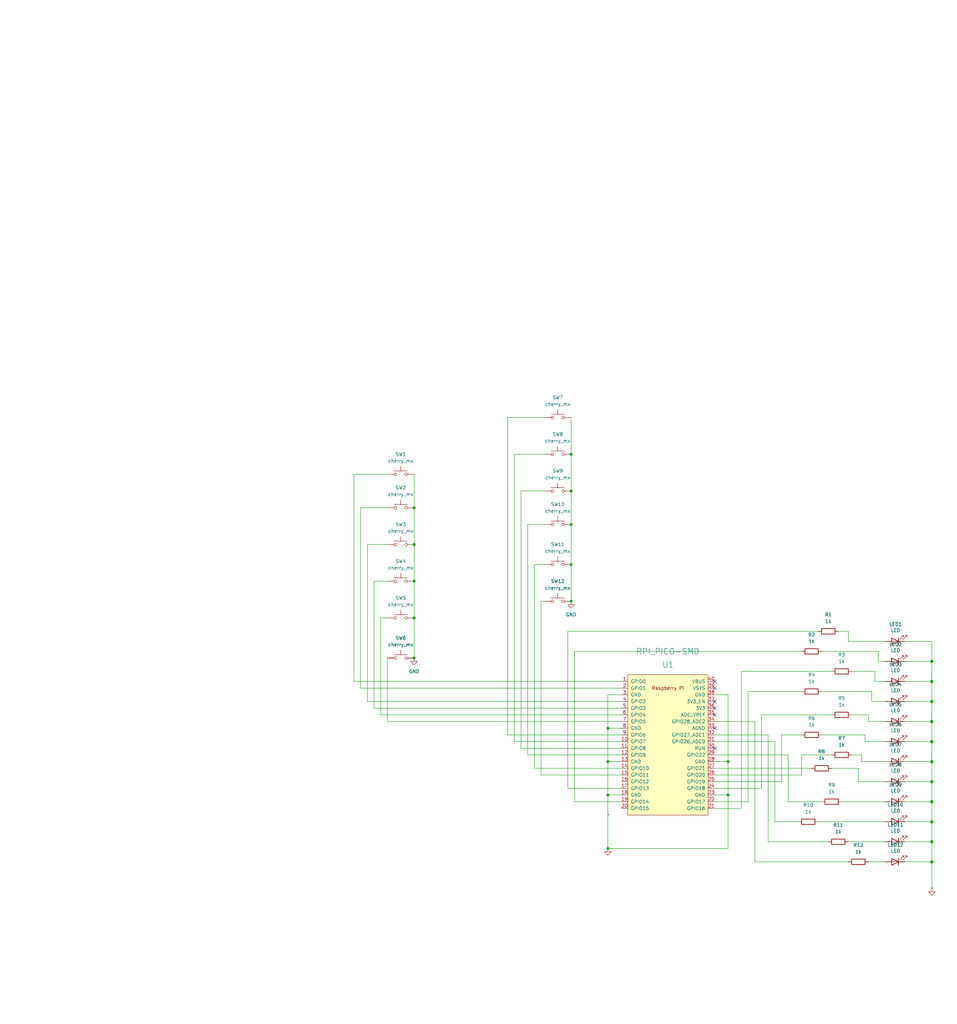
<source format=kicad_sch>
(kicad_sch
	(version 20231120)
	(generator "eeschema")
	(generator_version "8.0")
	(uuid "b603ee1b-eeaf-40e9-9f47-5a3833a52e8d")
	(paper "User" 363.931 389.407)
	(lib_symbols
		(symbol "Device:R"
			(pin_numbers hide)
			(pin_names
				(offset 0)
			)
			(exclude_from_sim no)
			(in_bom yes)
			(on_board yes)
			(property "Reference" "R"
				(at 2.032 0 90)
				(effects
					(font
						(size 1.27 1.27)
					)
				)
			)
			(property "Value" "R"
				(at 0 0 90)
				(effects
					(font
						(size 1.27 1.27)
					)
				)
			)
			(property "Footprint" ""
				(at -1.778 0 90)
				(effects
					(font
						(size 1.27 1.27)
					)
					(hide yes)
				)
			)
			(property "Datasheet" "~"
				(at 0 0 0)
				(effects
					(font
						(size 1.27 1.27)
					)
					(hide yes)
				)
			)
			(property "Description" "Resistor"
				(at 0 0 0)
				(effects
					(font
						(size 1.27 1.27)
					)
					(hide yes)
				)
			)
			(property "ki_keywords" "R res resistor"
				(at 0 0 0)
				(effects
					(font
						(size 1.27 1.27)
					)
					(hide yes)
				)
			)
			(property "ki_fp_filters" "R_*"
				(at 0 0 0)
				(effects
					(font
						(size 1.27 1.27)
					)
					(hide yes)
				)
			)
			(symbol "R_0_1"
				(rectangle
					(start -1.016 -2.54)
					(end 1.016 2.54)
					(stroke
						(width 0.254)
						(type default)
					)
					(fill
						(type none)
					)
				)
			)
			(symbol "R_1_1"
				(pin passive line
					(at 0 3.81 270)
					(length 1.27)
					(name "~"
						(effects
							(font
								(size 1.27 1.27)
							)
						)
					)
					(number "1"
						(effects
							(font
								(size 1.27 1.27)
							)
						)
					)
				)
				(pin passive line
					(at 0 -3.81 90)
					(length 1.27)
					(name "~"
						(effects
							(font
								(size 1.27 1.27)
							)
						)
					)
					(number "2"
						(effects
							(font
								(size 1.27 1.27)
							)
						)
					)
				)
			)
		)
		(symbol "PicoProducer-rescue:GND-power"
			(power)
			(pin_names
				(offset 0)
			)
			(exclude_from_sim no)
			(in_bom yes)
			(on_board yes)
			(property "Reference" "#PWR"
				(at 0 -6.35 0)
				(effects
					(font
						(size 1.27 1.27)
					)
					(hide yes)
				)
			)
			(property "Value" "GND-power"
				(at 0 -3.81 0)
				(effects
					(font
						(size 1.27 1.27)
					)
				)
			)
			(property "Footprint" ""
				(at 0 0 0)
				(effects
					(font
						(size 1.27 1.27)
					)
					(hide yes)
				)
			)
			(property "Datasheet" ""
				(at 0 0 0)
				(effects
					(font
						(size 1.27 1.27)
					)
					(hide yes)
				)
			)
			(property "Description" ""
				(at 0 0 0)
				(effects
					(font
						(size 1.27 1.27)
					)
					(hide yes)
				)
			)
			(symbol "GND-power_0_1"
				(polyline
					(pts
						(xy 0 0) (xy 0 -1.27) (xy 1.27 -1.27) (xy 0 -2.54) (xy -1.27 -1.27) (xy 0 -1.27)
					)
					(stroke
						(width 0)
						(type default)
					)
					(fill
						(type none)
					)
				)
			)
			(symbol "GND-power_1_1"
				(pin power_in line
					(at 0 0 270)
					(length 0) hide
					(name "GND"
						(effects
							(font
								(size 1.27 1.27)
							)
						)
					)
					(number "1"
						(effects
							(font
								(size 1.27 1.27)
							)
						)
					)
				)
			)
		)
		(symbol "PicoProducer-rescue:LED-Device"
			(pin_numbers hide)
			(pin_names
				(offset 1.016) hide)
			(exclude_from_sim no)
			(in_bom yes)
			(on_board yes)
			(property "Reference" "D"
				(at 0 2.54 0)
				(effects
					(font
						(size 1.27 1.27)
					)
				)
			)
			(property "Value" "LED-Device"
				(at 0 -2.54 0)
				(effects
					(font
						(size 1.27 1.27)
					)
				)
			)
			(property "Footprint" ""
				(at 0 0 0)
				(effects
					(font
						(size 1.27 1.27)
					)
					(hide yes)
				)
			)
			(property "Datasheet" ""
				(at 0 0 0)
				(effects
					(font
						(size 1.27 1.27)
					)
					(hide yes)
				)
			)
			(property "Description" ""
				(at 0 0 0)
				(effects
					(font
						(size 1.27 1.27)
					)
					(hide yes)
				)
			)
			(property "ki_fp_filters" "LED* LED_SMD:* LED_THT:*"
				(at 0 0 0)
				(effects
					(font
						(size 1.27 1.27)
					)
					(hide yes)
				)
			)
			(symbol "LED-Device_0_1"
				(polyline
					(pts
						(xy -1.27 -1.27) (xy -1.27 1.27)
					)
					(stroke
						(width 0.254)
						(type default)
					)
					(fill
						(type none)
					)
				)
				(polyline
					(pts
						(xy -1.27 0) (xy 1.27 0)
					)
					(stroke
						(width 0)
						(type default)
					)
					(fill
						(type none)
					)
				)
				(polyline
					(pts
						(xy 1.27 -1.27) (xy 1.27 1.27) (xy -1.27 0) (xy 1.27 -1.27)
					)
					(stroke
						(width 0.254)
						(type default)
					)
					(fill
						(type none)
					)
				)
				(polyline
					(pts
						(xy -3.048 -0.762) (xy -4.572 -2.286) (xy -3.81 -2.286) (xy -4.572 -2.286) (xy -4.572 -1.524)
					)
					(stroke
						(width 0)
						(type default)
					)
					(fill
						(type none)
					)
				)
				(polyline
					(pts
						(xy -1.778 -0.762) (xy -3.302 -2.286) (xy -2.54 -2.286) (xy -3.302 -2.286) (xy -3.302 -1.524)
					)
					(stroke
						(width 0)
						(type default)
					)
					(fill
						(type none)
					)
				)
			)
			(symbol "LED-Device_1_1"
				(pin passive line
					(at -3.81 0 0)
					(length 2.54)
					(name "K"
						(effects
							(font
								(size 1.27 1.27)
							)
						)
					)
					(number "1"
						(effects
							(font
								(size 1.27 1.27)
							)
						)
					)
				)
				(pin passive line
					(at 3.81 0 180)
					(length 2.54)
					(name "A"
						(effects
							(font
								(size 1.27 1.27)
							)
						)
					)
					(number "2"
						(effects
							(font
								(size 1.27 1.27)
							)
						)
					)
				)
			)
		)
		(symbol "RaspberryPi:Pico"
			(pin_names
				(offset 1.016)
			)
			(exclude_from_sim no)
			(in_bom yes)
			(on_board yes)
			(property "Reference" "U"
				(at -13.97 27.94 0)
				(effects
					(font
						(size 1.27 1.27)
					)
				)
			)
			(property "Value" "Pico"
				(at 0 19.05 0)
				(effects
					(font
						(size 1.27 1.27)
					)
				)
			)
			(property "Footprint" "RPi_Pico:RPi_Pico_SMD_TH"
				(at 0 0 90)
				(effects
					(font
						(size 1.27 1.27)
					)
					(hide yes)
				)
			)
			(property "Datasheet" ""
				(at 0 0 0)
				(effects
					(font
						(size 1.27 1.27)
					)
					(hide yes)
				)
			)
			(property "Description" ""
				(at 0 0 0)
				(effects
					(font
						(size 1.27 1.27)
					)
					(hide yes)
				)
			)
			(symbol "Pico_0_0"
				(text "Raspberry Pi"
					(at 0 21.59 0)
					(effects
						(font
							(size 1.27 1.27)
						)
					)
				)
			)
			(symbol "Pico_0_1"
				(rectangle
					(start -15.24 26.67)
					(end 15.24 -26.67)
					(stroke
						(width 0)
						(type default)
					)
					(fill
						(type background)
					)
				)
			)
			(symbol "Pico_1_1"
				(pin bidirectional line
					(at -17.78 24.13 0)
					(length 2.54)
					(name "GPIO0"
						(effects
							(font
								(size 1.27 1.27)
							)
						)
					)
					(number "1"
						(effects
							(font
								(size 1.27 1.27)
							)
						)
					)
				)
				(pin bidirectional line
					(at -17.78 1.27 0)
					(length 2.54)
					(name "GPIO7"
						(effects
							(font
								(size 1.27 1.27)
							)
						)
					)
					(number "10"
						(effects
							(font
								(size 1.27 1.27)
							)
						)
					)
				)
				(pin bidirectional line
					(at -17.78 -1.27 0)
					(length 2.54)
					(name "GPIO8"
						(effects
							(font
								(size 1.27 1.27)
							)
						)
					)
					(number "11"
						(effects
							(font
								(size 1.27 1.27)
							)
						)
					)
				)
				(pin bidirectional line
					(at -17.78 -3.81 0)
					(length 2.54)
					(name "GPIO9"
						(effects
							(font
								(size 1.27 1.27)
							)
						)
					)
					(number "12"
						(effects
							(font
								(size 1.27 1.27)
							)
						)
					)
				)
				(pin power_in line
					(at -17.78 -6.35 0)
					(length 2.54)
					(name "GND"
						(effects
							(font
								(size 1.27 1.27)
							)
						)
					)
					(number "13"
						(effects
							(font
								(size 1.27 1.27)
							)
						)
					)
				)
				(pin bidirectional line
					(at -17.78 -8.89 0)
					(length 2.54)
					(name "GPIO10"
						(effects
							(font
								(size 1.27 1.27)
							)
						)
					)
					(number "14"
						(effects
							(font
								(size 1.27 1.27)
							)
						)
					)
				)
				(pin bidirectional line
					(at -17.78 -11.43 0)
					(length 2.54)
					(name "GPIO11"
						(effects
							(font
								(size 1.27 1.27)
							)
						)
					)
					(number "15"
						(effects
							(font
								(size 1.27 1.27)
							)
						)
					)
				)
				(pin bidirectional line
					(at -17.78 -13.97 0)
					(length 2.54)
					(name "GPIO12"
						(effects
							(font
								(size 1.27 1.27)
							)
						)
					)
					(number "16"
						(effects
							(font
								(size 1.27 1.27)
							)
						)
					)
				)
				(pin bidirectional line
					(at -17.78 -16.51 0)
					(length 2.54)
					(name "GPIO13"
						(effects
							(font
								(size 1.27 1.27)
							)
						)
					)
					(number "17"
						(effects
							(font
								(size 1.27 1.27)
							)
						)
					)
				)
				(pin power_in line
					(at -17.78 -19.05 0)
					(length 2.54)
					(name "GND"
						(effects
							(font
								(size 1.27 1.27)
							)
						)
					)
					(number "18"
						(effects
							(font
								(size 1.27 1.27)
							)
						)
					)
				)
				(pin bidirectional line
					(at -17.78 -21.59 0)
					(length 2.54)
					(name "GPIO14"
						(effects
							(font
								(size 1.27 1.27)
							)
						)
					)
					(number "19"
						(effects
							(font
								(size 1.27 1.27)
							)
						)
					)
				)
				(pin bidirectional line
					(at -17.78 21.59 0)
					(length 2.54)
					(name "GPIO1"
						(effects
							(font
								(size 1.27 1.27)
							)
						)
					)
					(number "2"
						(effects
							(font
								(size 1.27 1.27)
							)
						)
					)
				)
				(pin bidirectional line
					(at -17.78 -24.13 0)
					(length 2.54)
					(name "GPIO15"
						(effects
							(font
								(size 1.27 1.27)
							)
						)
					)
					(number "20"
						(effects
							(font
								(size 1.27 1.27)
							)
						)
					)
				)
				(pin bidirectional line
					(at 17.78 -24.13 180)
					(length 2.54)
					(name "GPIO16"
						(effects
							(font
								(size 1.27 1.27)
							)
						)
					)
					(number "21"
						(effects
							(font
								(size 1.27 1.27)
							)
						)
					)
				)
				(pin bidirectional line
					(at 17.78 -21.59 180)
					(length 2.54)
					(name "GPIO17"
						(effects
							(font
								(size 1.27 1.27)
							)
						)
					)
					(number "22"
						(effects
							(font
								(size 1.27 1.27)
							)
						)
					)
				)
				(pin power_in line
					(at 17.78 -19.05 180)
					(length 2.54)
					(name "GND"
						(effects
							(font
								(size 1.27 1.27)
							)
						)
					)
					(number "23"
						(effects
							(font
								(size 1.27 1.27)
							)
						)
					)
				)
				(pin bidirectional line
					(at 17.78 -16.51 180)
					(length 2.54)
					(name "GPIO18"
						(effects
							(font
								(size 1.27 1.27)
							)
						)
					)
					(number "24"
						(effects
							(font
								(size 1.27 1.27)
							)
						)
					)
				)
				(pin bidirectional line
					(at 17.78 -13.97 180)
					(length 2.54)
					(name "GPIO19"
						(effects
							(font
								(size 1.27 1.27)
							)
						)
					)
					(number "25"
						(effects
							(font
								(size 1.27 1.27)
							)
						)
					)
				)
				(pin bidirectional line
					(at 17.78 -11.43 180)
					(length 2.54)
					(name "GPIO20"
						(effects
							(font
								(size 1.27 1.27)
							)
						)
					)
					(number "26"
						(effects
							(font
								(size 1.27 1.27)
							)
						)
					)
				)
				(pin bidirectional line
					(at 17.78 -8.89 180)
					(length 2.54)
					(name "GPIO21"
						(effects
							(font
								(size 1.27 1.27)
							)
						)
					)
					(number "27"
						(effects
							(font
								(size 1.27 1.27)
							)
						)
					)
				)
				(pin power_in line
					(at 17.78 -6.35 180)
					(length 2.54)
					(name "GND"
						(effects
							(font
								(size 1.27 1.27)
							)
						)
					)
					(number "28"
						(effects
							(font
								(size 1.27 1.27)
							)
						)
					)
				)
				(pin bidirectional line
					(at 17.78 -3.81 180)
					(length 2.54)
					(name "GPIO22"
						(effects
							(font
								(size 1.27 1.27)
							)
						)
					)
					(number "29"
						(effects
							(font
								(size 1.27 1.27)
							)
						)
					)
				)
				(pin power_in line
					(at -17.78 19.05 0)
					(length 2.54)
					(name "GND"
						(effects
							(font
								(size 1.27 1.27)
							)
						)
					)
					(number "3"
						(effects
							(font
								(size 1.27 1.27)
							)
						)
					)
				)
				(pin input line
					(at 17.78 -1.27 180)
					(length 2.54)
					(name "RUN"
						(effects
							(font
								(size 1.27 1.27)
							)
						)
					)
					(number "30"
						(effects
							(font
								(size 1.27 1.27)
							)
						)
					)
				)
				(pin bidirectional line
					(at 17.78 1.27 180)
					(length 2.54)
					(name "GPIO26_ADC0"
						(effects
							(font
								(size 1.27 1.27)
							)
						)
					)
					(number "31"
						(effects
							(font
								(size 1.27 1.27)
							)
						)
					)
				)
				(pin bidirectional line
					(at 17.78 3.81 180)
					(length 2.54)
					(name "GPIO27_ADC1"
						(effects
							(font
								(size 1.27 1.27)
							)
						)
					)
					(number "32"
						(effects
							(font
								(size 1.27 1.27)
							)
						)
					)
				)
				(pin power_in line
					(at 17.78 6.35 180)
					(length 2.54)
					(name "AGND"
						(effects
							(font
								(size 1.27 1.27)
							)
						)
					)
					(number "33"
						(effects
							(font
								(size 1.27 1.27)
							)
						)
					)
				)
				(pin bidirectional line
					(at 17.78 8.89 180)
					(length 2.54)
					(name "GPIO28_ADC2"
						(effects
							(font
								(size 1.27 1.27)
							)
						)
					)
					(number "34"
						(effects
							(font
								(size 1.27 1.27)
							)
						)
					)
				)
				(pin unspecified line
					(at 17.78 11.43 180)
					(length 2.54)
					(name "ADC_VREF"
						(effects
							(font
								(size 1.27 1.27)
							)
						)
					)
					(number "35"
						(effects
							(font
								(size 1.27 1.27)
							)
						)
					)
				)
				(pin unspecified line
					(at 17.78 13.97 180)
					(length 2.54)
					(name "3V3"
						(effects
							(font
								(size 1.27 1.27)
							)
						)
					)
					(number "36"
						(effects
							(font
								(size 1.27 1.27)
							)
						)
					)
				)
				(pin input line
					(at 17.78 16.51 180)
					(length 2.54)
					(name "3V3_EN"
						(effects
							(font
								(size 1.27 1.27)
							)
						)
					)
					(number "37"
						(effects
							(font
								(size 1.27 1.27)
							)
						)
					)
				)
				(pin bidirectional line
					(at 17.78 19.05 180)
					(length 2.54)
					(name "GND"
						(effects
							(font
								(size 1.27 1.27)
							)
						)
					)
					(number "38"
						(effects
							(font
								(size 1.27 1.27)
							)
						)
					)
				)
				(pin unspecified line
					(at 17.78 21.59 180)
					(length 2.54)
					(name "VSYS"
						(effects
							(font
								(size 1.27 1.27)
							)
						)
					)
					(number "39"
						(effects
							(font
								(size 1.27 1.27)
							)
						)
					)
				)
				(pin bidirectional line
					(at -17.78 16.51 0)
					(length 2.54)
					(name "GPIO2"
						(effects
							(font
								(size 1.27 1.27)
							)
						)
					)
					(number "4"
						(effects
							(font
								(size 1.27 1.27)
							)
						)
					)
				)
				(pin unspecified line
					(at 17.78 24.13 180)
					(length 2.54)
					(name "VBUS"
						(effects
							(font
								(size 1.27 1.27)
							)
						)
					)
					(number "40"
						(effects
							(font
								(size 1.27 1.27)
							)
						)
					)
				)
				(pin bidirectional line
					(at -17.78 13.97 0)
					(length 2.54)
					(name "GPIO3"
						(effects
							(font
								(size 1.27 1.27)
							)
						)
					)
					(number "5"
						(effects
							(font
								(size 1.27 1.27)
							)
						)
					)
				)
				(pin bidirectional line
					(at -17.78 11.43 0)
					(length 2.54)
					(name "GPIO4"
						(effects
							(font
								(size 1.27 1.27)
							)
						)
					)
					(number "6"
						(effects
							(font
								(size 1.27 1.27)
							)
						)
					)
				)
				(pin bidirectional line
					(at -17.78 8.89 0)
					(length 2.54)
					(name "GPIO5"
						(effects
							(font
								(size 1.27 1.27)
							)
						)
					)
					(number "7"
						(effects
							(font
								(size 1.27 1.27)
							)
						)
					)
				)
				(pin power_in line
					(at -17.78 6.35 0)
					(length 2.54)
					(name "GND"
						(effects
							(font
								(size 1.27 1.27)
							)
						)
					)
					(number "8"
						(effects
							(font
								(size 1.27 1.27)
							)
						)
					)
				)
				(pin bidirectional line
					(at -17.78 3.81 0)
					(length 2.54)
					(name "GPIO6"
						(effects
							(font
								(size 1.27 1.27)
							)
						)
					)
					(number "9"
						(effects
							(font
								(size 1.27 1.27)
							)
						)
					)
				)
			)
		)
		(symbol "Switch:SW_Push"
			(pin_numbers hide)
			(pin_names
				(offset 1.016) hide)
			(exclude_from_sim no)
			(in_bom yes)
			(on_board yes)
			(property "Reference" "SW"
				(at 1.27 2.54 0)
				(effects
					(font
						(size 1.27 1.27)
					)
					(justify left)
				)
			)
			(property "Value" "SW_Push"
				(at 0 -1.524 0)
				(effects
					(font
						(size 1.27 1.27)
					)
				)
			)
			(property "Footprint" ""
				(at 0 5.08 0)
				(effects
					(font
						(size 1.27 1.27)
					)
					(hide yes)
				)
			)
			(property "Datasheet" "~"
				(at 0 5.08 0)
				(effects
					(font
						(size 1.27 1.27)
					)
					(hide yes)
				)
			)
			(property "Description" "Push button switch, generic, two pins"
				(at 0 0 0)
				(effects
					(font
						(size 1.27 1.27)
					)
					(hide yes)
				)
			)
			(property "ki_keywords" "switch normally-open pushbutton push-button"
				(at 0 0 0)
				(effects
					(font
						(size 1.27 1.27)
					)
					(hide yes)
				)
			)
			(symbol "SW_Push_0_1"
				(circle
					(center -2.032 0)
					(radius 0.508)
					(stroke
						(width 0)
						(type default)
					)
					(fill
						(type none)
					)
				)
				(polyline
					(pts
						(xy 0 1.27) (xy 0 3.048)
					)
					(stroke
						(width 0)
						(type default)
					)
					(fill
						(type none)
					)
				)
				(polyline
					(pts
						(xy 2.54 1.27) (xy -2.54 1.27)
					)
					(stroke
						(width 0)
						(type default)
					)
					(fill
						(type none)
					)
				)
				(circle
					(center 2.032 0)
					(radius 0.508)
					(stroke
						(width 0)
						(type default)
					)
					(fill
						(type none)
					)
				)
				(pin passive line
					(at -5.08 0 0)
					(length 2.54)
					(name "1"
						(effects
							(font
								(size 1.27 1.27)
							)
						)
					)
					(number "1"
						(effects
							(font
								(size 1.27 1.27)
							)
						)
					)
				)
				(pin passive line
					(at 5.08 0 180)
					(length 2.54)
					(name "2"
						(effects
							(font
								(size 1.27 1.27)
							)
						)
					)
					(number "2"
						(effects
							(font
								(size 1.27 1.27)
							)
						)
					)
				)
			)
		)
		(symbol "power:GND"
			(power)
			(pin_names
				(offset 0)
			)
			(exclude_from_sim no)
			(in_bom yes)
			(on_board yes)
			(property "Reference" "#PWR"
				(at 0 -6.35 0)
				(effects
					(font
						(size 1.27 1.27)
					)
					(hide yes)
				)
			)
			(property "Value" "GND"
				(at 0 -3.81 0)
				(effects
					(font
						(size 1.27 1.27)
					)
				)
			)
			(property "Footprint" ""
				(at 0 0 0)
				(effects
					(font
						(size 1.27 1.27)
					)
					(hide yes)
				)
			)
			(property "Datasheet" ""
				(at 0 0 0)
				(effects
					(font
						(size 1.27 1.27)
					)
					(hide yes)
				)
			)
			(property "Description" "Power symbol creates a global label with name \"GND\" , ground"
				(at 0 0 0)
				(effects
					(font
						(size 1.27 1.27)
					)
					(hide yes)
				)
			)
			(property "ki_keywords" "global power"
				(at 0 0 0)
				(effects
					(font
						(size 1.27 1.27)
					)
					(hide yes)
				)
			)
			(symbol "GND_0_1"
				(polyline
					(pts
						(xy 0 0) (xy 0 -1.27) (xy 1.27 -1.27) (xy 0 -2.54) (xy -1.27 -1.27) (xy 0 -1.27)
					)
					(stroke
						(width 0)
						(type default)
					)
					(fill
						(type none)
					)
				)
			)
			(symbol "GND_1_1"
				(pin power_in line
					(at 0 0 270)
					(length 0) hide
					(name "GND"
						(effects
							(font
								(size 1.27 1.27)
							)
						)
					)
					(number "1"
						(effects
							(font
								(size 1.27 1.27)
							)
						)
					)
				)
			)
		)
	)
	(junction
		(at 354.33 266.7)
		(diameter 1.016)
		(color 0 0 0 0)
		(uuid "00e5776d-43bf-49a4-bb5f-4fc10288fba9")
	)
	(junction
		(at 217.17 186.69)
		(diameter 0)
		(color 0 0 0 0)
		(uuid "06ffc4c5-cfc5-43ec-a61f-cf60189574ed")
	)
	(junction
		(at 354.33 259.08)
		(diameter 1.016)
		(color 0 0 0 0)
		(uuid "103b759e-1fd6-4de5-9893-523fcf645604")
	)
	(junction
		(at 231.14 289.56)
		(diameter 0)
		(color 0 0 0 0)
		(uuid "1683e94a-baf0-4896-959f-e44dcc6450d8")
	)
	(junction
		(at 354.33 251.46)
		(diameter 1.016)
		(color 0 0 0 0)
		(uuid "1765ad57-ed68-4e99-968f-6b2966d28784")
	)
	(junction
		(at 354.33 320.04)
		(diameter 1.016)
		(color 0 0 0 0)
		(uuid "1a0d0c28-b846-4147-a4d1-ae2ce9bf282d")
	)
	(junction
		(at 157.48 250.19)
		(diameter 0)
		(color 0 0 0 0)
		(uuid "29797cd4-c3f7-4e37-8eac-3e12a1e81922")
	)
	(junction
		(at 217.17 172.72)
		(diameter 0)
		(color 0 0 0 0)
		(uuid "2c782a80-d5d1-4769-8058-0b0b4b4df07e")
	)
	(junction
		(at 157.48 220.98)
		(diameter 0)
		(color 0 0 0 0)
		(uuid "30c85ca7-6760-4652-819f-7702a092fa81")
	)
	(junction
		(at 217.17 199.39)
		(diameter 0)
		(color 0 0 0 0)
		(uuid "310f4ef4-24e6-4e36-b9d3-ac3beabd029c")
	)
	(junction
		(at 354.33 304.8)
		(diameter 1.016)
		(color 0 0 0 0)
		(uuid "422e48ea-8a6c-48e4-a32b-386d1aefca05")
	)
	(junction
		(at 354.33 289.56)
		(diameter 1.016)
		(color 0 0 0 0)
		(uuid "4ab2d643-2b74-40ad-b64e-e78aca6bf77b")
	)
	(junction
		(at 231.14 302.26)
		(diameter 0)
		(color 0 0 0 0)
		(uuid "4f6d9db7-4013-4cb7-97e4-b21168498bdb")
	)
	(junction
		(at 157.48 234.95)
		(diameter 0)
		(color 0 0 0 0)
		(uuid "5f9202ad-84cc-41d7-816d-64e63f17d97a")
	)
	(junction
		(at 354.33 274.32)
		(diameter 1.016)
		(color 0 0 0 0)
		(uuid "65ea0b06-41e8-4870-a372-b69c645a2312")
	)
	(junction
		(at 354.33 281.94)
		(diameter 1.016)
		(color 0 0 0 0)
		(uuid "6ddae3ad-b4ae-4fb7-868e-571cf0c05a71")
	)
	(junction
		(at 276.86 289.56)
		(diameter 0)
		(color 0 0 0 0)
		(uuid "722bccf3-3d6a-46d4-af88-398086f16aa0")
	)
	(junction
		(at 354.33 297.18)
		(diameter 1.016)
		(color 0 0 0 0)
		(uuid "77ed53c6-870e-4679-a3f9-d132711c621b")
	)
	(junction
		(at 276.86 302.26)
		(diameter 0)
		(color 0 0 0 0)
		(uuid "790fd808-ce68-4048-ba86-400134717609")
	)
	(junction
		(at 217.17 228.6)
		(diameter 0)
		(color 0 0 0 0)
		(uuid "89f7c7dd-e040-4697-9521-e4593ef73433")
	)
	(junction
		(at 157.48 207.01)
		(diameter 0)
		(color 0 0 0 0)
		(uuid "b0e3d9bf-62a4-4f8b-8c4e-5d1d55f673b9")
	)
	(junction
		(at 354.33 327.66)
		(diameter 1.016)
		(color 0 0 0 0)
		(uuid "c1adc8cb-bd98-489f-bc00-bb9ce3e1f7f0")
	)
	(junction
		(at 217.17 214.63)
		(diameter 0)
		(color 0 0 0 0)
		(uuid "c40ec451-cce3-456e-8b82-392be924b1d7")
	)
	(junction
		(at 157.48 193.04)
		(diameter 0)
		(color 0 0 0 0)
		(uuid "e5521080-02f7-4cc1-890a-9b0bd279b0f0")
	)
	(junction
		(at 354.33 312.42)
		(diameter 1.016)
		(color 0 0 0 0)
		(uuid "ee44aa99-7749-4916-af96-6d2e66b48f69")
	)
	(junction
		(at 231.14 322.58)
		(diameter 0)
		(color 0 0 0 0)
		(uuid "ef373448-30f9-4df5-98aa-4e8ef0193cc5")
	)
	(junction
		(at 231.14 276.86)
		(diameter 0)
		(color 0 0 0 0)
		(uuid "fb0da949-cbc3-445d-8673-fc694582f726")
	)
	(no_connect
		(at 271.78 259.08)
		(uuid "04634328-4c2f-4483-abfe-e49ae0cb808d")
	)
	(no_connect
		(at 271.78 266.7)
		(uuid "0f5aa8dd-1111-4737-8d9d-d41a80563a34")
	)
	(no_connect
		(at 271.78 276.86)
		(uuid "2679d6ca-5059-4501-8474-2526b76948ac")
	)
	(no_connect
		(at 271.78 261.62)
		(uuid "44eb3d20-faac-4175-987a-bbf2d65506c0")
	)
	(no_connect
		(at 271.78 269.24)
		(uuid "4e397515-82a3-4841-9014-172f5508372a")
	)
	(no_connect
		(at 271.78 271.78)
		(uuid "73cf2ffa-fc9d-462f-aa0b-acbb0ac1ad44")
	)
	(no_connect
		(at 271.78 284.48)
		(uuid "918ca748-a87a-4791-92a8-dd628650752a")
	)
	(wire
		(pts
			(xy 236.22 269.24) (xy 142.24 269.24)
		)
		(stroke
			(width 0)
			(type solid)
		)
		(uuid "007c1c55-2c8c-4a55-a420-6bc4754fab65")
	)
	(wire
		(pts
			(xy 271.78 292.1) (xy 308.61 292.1)
		)
		(stroke
			(width 0)
			(type solid)
		)
		(uuid "00e1cc2a-97b8-4c93-be1a-3701ad87c89d")
	)
	(wire
		(pts
			(xy 236.22 281.94) (xy 195.58 281.94)
		)
		(stroke
			(width 0)
			(type solid)
		)
		(uuid "04283c7e-9621-42a2-a349-0f2824a4d0f8")
	)
	(wire
		(pts
			(xy 207.01 199.39) (xy 200.66 199.39)
		)
		(stroke
			(width 0)
			(type solid)
		)
		(uuid "048ce178-1d94-4eef-9efb-841af7456354")
	)
	(wire
		(pts
			(xy 215.9 299.72) (xy 215.9 240.03)
		)
		(stroke
			(width 0)
			(type solid)
		)
		(uuid "057b101e-e68f-4486-851d-c83702071278")
	)
	(wire
		(pts
			(xy 336.55 289.56) (xy 327.66 289.56)
		)
		(stroke
			(width 0)
			(type solid)
		)
		(uuid "058656b1-4294-4635-a6b4-c51c6c38e427")
	)
	(wire
		(pts
			(xy 139.7 207.01) (xy 139.7 266.7)
		)
		(stroke
			(width 0)
			(type solid)
		)
		(uuid "0887179c-f7ab-47ae-a0a5-493aee00987f")
	)
	(wire
		(pts
			(xy 344.17 266.7) (xy 354.33 266.7)
		)
		(stroke
			(width 0)
			(type solid)
		)
		(uuid "0c861861-500a-490f-b48c-e93ce4d4231a")
	)
	(wire
		(pts
			(xy 142.24 269.24) (xy 142.24 220.98)
		)
		(stroke
			(width 0)
			(type solid)
		)
		(uuid "0e5021aa-e5bc-4148-a132-a6196715e5db")
	)
	(wire
		(pts
			(xy 312.42 279.4) (xy 328.93 279.4)
		)
		(stroke
			(width 0)
			(type default)
		)
		(uuid "10515fa8-d91a-47cb-bc12-4f0b23306168")
	)
	(wire
		(pts
			(xy 276.86 302.26) (xy 276.86 322.58)
		)
		(stroke
			(width 0)
			(type default)
		)
		(uuid "1143cb85-8834-45d0-9f33-0ff37ee53057")
	)
	(wire
		(pts
			(xy 231.14 302.26) (xy 236.22 302.26)
		)
		(stroke
			(width 0)
			(type solid)
		)
		(uuid "1433eeaf-8138-46b1-90ad-c2a5b17e308f")
	)
	(wire
		(pts
			(xy 318.77 240.03) (xy 322.58 240.03)
		)
		(stroke
			(width 0)
			(type solid)
		)
		(uuid "144fa5de-9b37-4af2-b4c5-2da842e28f24")
	)
	(wire
		(pts
			(xy 294.64 281.94) (xy 294.64 312.42)
		)
		(stroke
			(width 0)
			(type solid)
		)
		(uuid "164643fe-0bbb-49e5-8e73-ca0e366a788e")
	)
	(wire
		(pts
			(xy 271.78 297.18) (xy 297.18 297.18)
		)
		(stroke
			(width 0)
			(type solid)
		)
		(uuid "19fc937e-0396-4e33-a746-13a2da1cc59f")
	)
	(wire
		(pts
			(xy 271.78 264.16) (xy 276.86 264.16)
		)
		(stroke
			(width 0)
			(type default)
		)
		(uuid "1af06492-e356-437c-82a3-71fcee12223b")
	)
	(wire
		(pts
			(xy 236.22 292.1) (xy 203.2 292.1)
		)
		(stroke
			(width 0)
			(type solid)
		)
		(uuid "2183d25f-e9b4-4a48-9458-060e087ca086")
	)
	(wire
		(pts
			(xy 231.14 289.56) (xy 231.14 302.26)
		)
		(stroke
			(width 0)
			(type default)
		)
		(uuid "25831aa4-7c64-4323-aeb6-1f240a706b82")
	)
	(wire
		(pts
			(xy 344.17 251.46) (xy 354.33 251.46)
		)
		(stroke
			(width 0)
			(type solid)
		)
		(uuid "26137d8c-78bc-4e05-8a2f-8803c7025e24")
	)
	(wire
		(pts
			(xy 354.33 289.56) (xy 354.33 281.94)
		)
		(stroke
			(width 0)
			(type solid)
		)
		(uuid "298429db-9717-48de-9499-41fbd296cae3")
	)
	(wire
		(pts
			(xy 354.33 274.32) (xy 354.33 266.7)
		)
		(stroke
			(width 0)
			(type solid)
		)
		(uuid "2dc2e739-c2a5-4496-bab3-f52537989abc")
	)
	(wire
		(pts
			(xy 236.22 259.08) (xy 134.62 259.08)
		)
		(stroke
			(width 0)
			(type solid)
		)
		(uuid "2dc7ba18-2600-4c31-8d33-571cba5e4bd3")
	)
	(wire
		(pts
			(xy 336.55 297.18) (xy 326.39 297.18)
		)
		(stroke
			(width 0)
			(type solid)
		)
		(uuid "2ed88f8a-c4cc-4d60-9479-c7278f458e2d")
	)
	(wire
		(pts
			(xy 236.22 264.16) (xy 231.14 264.16)
		)
		(stroke
			(width 0)
			(type default)
		)
		(uuid "35136194-d953-437f-963b-8d35ac32cc40")
	)
	(wire
		(pts
			(xy 144.78 234.95) (xy 147.32 234.95)
		)
		(stroke
			(width 0)
			(type solid)
		)
		(uuid "3d2895a4-26fa-446a-bf69-97ec29299f95")
	)
	(wire
		(pts
			(xy 137.16 193.04) (xy 147.32 193.04)
		)
		(stroke
			(width 0)
			(type solid)
		)
		(uuid "3f2db04f-5adc-4d2c-9bf4-ab2d37e06ed8")
	)
	(wire
		(pts
			(xy 134.62 180.34) (xy 147.32 180.34)
		)
		(stroke
			(width 0)
			(type solid)
		)
		(uuid "3f7d5a3e-80a8-42ce-96f3-dcd34a810753")
	)
	(wire
		(pts
			(xy 271.78 287.02) (xy 299.72 287.02)
		)
		(stroke
			(width 0)
			(type solid)
		)
		(uuid "40589f5b-6d52-4cd6-a620-8ec5d534ea7f")
	)
	(wire
		(pts
			(xy 336.55 327.66) (xy 330.2 327.66)
		)
		(stroke
			(width 0)
			(type solid)
		)
		(uuid "4120d0bf-eff1-49ba-a540-e9b0b8772865")
	)
	(wire
		(pts
			(xy 344.17 312.42) (xy 354.33 312.42)
		)
		(stroke
			(width 0)
			(type solid)
		)
		(uuid "418a7133-d9b1-4779-9c54-69f5b3aab6b4")
	)
	(wire
		(pts
			(xy 281.94 255.27) (xy 281.94 307.34)
		)
		(stroke
			(width 0)
			(type solid)
		)
		(uuid "42da593b-69a7-4142-994f-c36102fcb6c9")
	)
	(wire
		(pts
			(xy 271.78 279.4) (xy 292.1 279.4)
		)
		(stroke
			(width 0)
			(type solid)
		)
		(uuid "436b5094-68c6-4b3a-9847-1367858cde56")
	)
	(wire
		(pts
			(xy 236.22 274.32) (xy 147.32 274.32)
		)
		(stroke
			(width 0)
			(type solid)
		)
		(uuid "443f17e5-d756-454a-a67b-9ab95d160839")
	)
	(wire
		(pts
			(xy 354.33 304.8) (xy 354.33 297.18)
		)
		(stroke
			(width 0)
			(type solid)
		)
		(uuid "454f4b42-cf23-40a1-8f9c-c8b62e4ea60e")
	)
	(wire
		(pts
			(xy 236.22 294.64) (xy 205.74 294.64)
		)
		(stroke
			(width 0)
			(type solid)
		)
		(uuid "48cc3a94-78eb-4670-ae2a-d9c0b952008e")
	)
	(wire
		(pts
			(xy 137.16 261.62) (xy 137.16 193.04)
		)
		(stroke
			(width 0)
			(type solid)
		)
		(uuid "4a257c23-10e2-481b-aa45-3132600c493d")
	)
	(wire
		(pts
			(xy 207.01 214.63) (xy 203.2 214.63)
		)
		(stroke
			(width 0)
			(type solid)
		)
		(uuid "4ba8a5a6-17c0-499f-9ff8-06bc132b45da")
	)
	(wire
		(pts
			(xy 134.62 259.08) (xy 134.62 180.34)
		)
		(stroke
			(width 0)
			(type solid)
		)
		(uuid "4d982c84-7c1a-41cd-97f5-d676089fcbe6")
	)
	(wire
		(pts
			(xy 236.22 304.8) (xy 218.44 304.8)
		)
		(stroke
			(width 0)
			(type solid)
		)
		(uuid "4e869225-297f-43a1-aa68-6580b234f22f")
	)
	(wire
		(pts
			(xy 336.55 274.32) (xy 330.2 274.32)
		)
		(stroke
			(width 0)
			(type solid)
		)
		(uuid "4ea96cd4-48d6-4250-83f4-832deb4b7500")
	)
	(wire
		(pts
			(xy 207.01 228.6) (xy 205.74 228.6)
		)
		(stroke
			(width 0)
			(type solid)
		)
		(uuid "4eb8e7b0-2e67-4b21-8c47-52dad337d9ac")
	)
	(wire
		(pts
			(xy 327.66 289.56) (xy 327.66 287.02)
		)
		(stroke
			(width 0)
			(type solid)
		)
		(uuid "4eba9657-f5b5-4b31-93b4-961618598656")
	)
	(wire
		(pts
			(xy 236.22 261.62) (xy 137.16 261.62)
		)
		(stroke
			(width 0)
			(type solid)
		)
		(uuid "4f49e1fe-f604-4b18-9272-4df99503d60e")
	)
	(wire
		(pts
			(xy 217.17 186.69) (xy 217.17 199.39)
		)
		(stroke
			(width 0)
			(type default)
		)
		(uuid "4f85ab8c-5387-40e2-8107-2762ee09aa19")
	)
	(wire
		(pts
			(xy 236.22 271.78) (xy 144.78 271.78)
		)
		(stroke
			(width 0)
			(type solid)
		)
		(uuid "522ee495-1886-4411-b338-1f0bd3dfd6ca")
	)
	(wire
		(pts
			(xy 200.66 287.02) (xy 200.66 199.39)
		)
		(stroke
			(width 0)
			(type solid)
		)
		(uuid "53ed1f38-9ba3-48de-95e1-3a9d75752363")
	)
	(wire
		(pts
			(xy 139.7 207.01) (xy 147.32 207.01)
		)
		(stroke
			(width 0)
			(type solid)
		)
		(uuid "5538a3ef-621d-412e-8f41-0271e30fe953")
	)
	(wire
		(pts
			(xy 236.22 276.86) (xy 231.14 276.86)
		)
		(stroke
			(width 0)
			(type default)
		)
		(uuid "5ac6a2f0-a448-4cba-8791-777901b17cee")
	)
	(wire
		(pts
			(xy 354.33 320.04) (xy 354.33 312.42)
		)
		(stroke
			(width 0)
			(type solid)
		)
		(uuid "5dcad787-c085-4a24-9389-37ad6b785fd3")
	)
	(wire
		(pts
			(xy 354.33 259.08) (xy 354.33 251.46)
		)
		(stroke
			(width 0)
			(type solid)
		)
		(uuid "5e371e72-ba8c-4e6d-a657-d9ae7d482a0d")
	)
	(wire
		(pts
			(xy 304.8 287.02) (xy 316.23 287.02)
		)
		(stroke
			(width 0)
			(type solid)
		)
		(uuid "5f49dc47-e44f-4188-8d48-f4c0fa685d0b")
	)
	(wire
		(pts
			(xy 354.33 266.7) (xy 354.33 259.08)
		)
		(stroke
			(width 0)
			(type solid)
		)
		(uuid "5fdd87b1-9fdf-44e2-88da-0240da4599b0")
	)
	(wire
		(pts
			(xy 322.58 243.84) (xy 336.55 243.84)
		)
		(stroke
			(width 0)
			(type solid)
		)
		(uuid "62f7a1d1-9cf2-4480-8fd1-9e6f8a61bfca")
	)
	(wire
		(pts
			(xy 157.48 207.01) (xy 157.48 220.98)
		)
		(stroke
			(width 0)
			(type default)
		)
		(uuid "645d1feb-745d-4d1a-bfd5-6b38fa6f96e7")
	)
	(wire
		(pts
			(xy 312.42 262.89) (xy 331.47 262.89)
		)
		(stroke
			(width 0)
			(type solid)
		)
		(uuid "64b6a137-779f-4e26-b8a7-d8f410ad56a8")
	)
	(wire
		(pts
			(xy 344.17 320.04) (xy 354.33 320.04)
		)
		(stroke
			(width 0)
			(type solid)
		)
		(uuid "66e87843-191a-450b-b0de-2c5ba2e9e1c6")
	)
	(wire
		(pts
			(xy 271.78 304.8) (xy 284.48 304.8)
		)
		(stroke
			(width 0)
			(type solid)
		)
		(uuid "67534a7d-7ee6-472a-b4f7-0f6385901844")
	)
	(wire
		(pts
			(xy 297.18 279.4) (xy 304.8 279.4)
		)
		(stroke
			(width 0)
			(type solid)
		)
		(uuid "69dd05f1-0187-41bd-98ea-f710c7748554")
	)
	(wire
		(pts
			(xy 316.23 292.1) (xy 326.39 292.1)
		)
		(stroke
			(width 0)
			(type default)
		)
		(uuid "6db8c303-f968-4227-8404-d671f28bcd2e")
	)
	(wire
		(pts
			(xy 157.48 180.34) (xy 157.48 193.04)
		)
		(stroke
			(width 0)
			(type default)
		)
		(uuid "6dbb5740-a9b4-4432-83ea-4528fc4be4a2")
	)
	(wire
		(pts
			(xy 157.48 234.95) (xy 157.48 250.19)
		)
		(stroke
			(width 0)
			(type default)
		)
		(uuid "6e3e9bbc-5817-4ad0-991d-47da8d4f7e82")
	)
	(wire
		(pts
			(xy 294.64 312.42) (xy 303.53 312.42)
		)
		(stroke
			(width 0)
			(type solid)
		)
		(uuid "6fb12a4c-39bf-4f01-8a0c-b987f27df295")
	)
	(wire
		(pts
			(xy 205.74 294.64) (xy 205.74 228.6)
		)
		(stroke
			(width 0)
			(type solid)
		)
		(uuid "71c4a365-6472-4d5d-b943-b4dd7b6ee375")
	)
	(wire
		(pts
			(xy 331.47 266.7) (xy 331.47 262.89)
		)
		(stroke
			(width 0)
			(type solid)
		)
		(uuid "75dd5ea6-7243-476d-b373-e6147047707f")
	)
	(wire
		(pts
			(xy 344.17 259.08) (xy 354.33 259.08)
		)
		(stroke
			(width 0)
			(type solid)
		)
		(uuid "776f3be8-83ae-43ba-bed7-92598580fbb7")
	)
	(wire
		(pts
			(xy 344.17 274.32) (xy 354.33 274.32)
		)
		(stroke
			(width 0)
			(type solid)
		)
		(uuid "77cbbd98-ead6-4840-96f2-307390c337ff")
	)
	(wire
		(pts
			(xy 354.33 312.42) (xy 354.33 304.8)
		)
		(stroke
			(width 0)
			(type solid)
		)
		(uuid "78463a43-f7be-4b01-975b-86f0f71c64ab")
	)
	(wire
		(pts
			(xy 334.01 251.46) (xy 334.01 247.65)
		)
		(stroke
			(width 0)
			(type solid)
		)
		(uuid "79477759-e93e-47c8-a4cf-89b5dd88b43e")
	)
	(wire
		(pts
			(xy 218.44 247.65) (xy 218.44 304.8)
		)
		(stroke
			(width 0)
			(type solid)
		)
		(uuid "7b867046-4a8c-43a8-a57a-cf878fbed0ad")
	)
	(wire
		(pts
			(xy 271.78 299.72) (xy 289.56 299.72)
		)
		(stroke
			(width 0)
			(type solid)
		)
		(uuid "7d315eb0-9bf7-44a9-ac7b-2abf4221d4ff")
	)
	(wire
		(pts
			(xy 354.33 243.84) (xy 344.17 243.84)
		)
		(stroke
			(width 0)
			(type solid)
		)
		(uuid "7f0cd28c-e41b-4358-9a01-5a86be7ea2aa")
	)
	(wire
		(pts
			(xy 289.56 271.78) (xy 316.23 271.78)
		)
		(stroke
			(width 0)
			(type solid)
		)
		(uuid "7fcafc48-a205-4bf6-89f0-23704620d179")
	)
	(wire
		(pts
			(xy 323.85 287.02) (xy 327.66 287.02)
		)
		(stroke
			(width 0)
			(type solid)
		)
		(uuid "81a99d35-1151-455b-a25e-194b8f81ff20")
	)
	(wire
		(pts
			(xy 231.14 302.26) (xy 231.14 322.58)
		)
		(stroke
			(width 0)
			(type solid)
		)
		(uuid "81c4ff4e-f9ac-4404-a8ab-209b4bd4463a")
	)
	(wire
		(pts
			(xy 344.17 297.18) (xy 354.33 297.18)
		)
		(stroke
			(width 0)
			(type solid)
		)
		(uuid "81eb5cd9-e43c-446b-a893-0487251d1078")
	)
	(wire
		(pts
			(xy 344.17 327.66) (xy 354.33 327.66)
		)
		(stroke
			(width 0)
			(type solid)
		)
		(uuid "8265c8d7-cce3-40d6-a682-e386925f6647")
	)
	(wire
		(pts
			(xy 297.18 279.4) (xy 297.18 297.18)
		)
		(stroke
			(width 0)
			(type solid)
		)
		(uuid "83e7b384-ddf1-4a0d-8b91-05eebb9db6c3")
	)
	(wire
		(pts
			(xy 311.15 312.42) (xy 336.55 312.42)
		)
		(stroke
			(width 0)
			(type solid)
		)
		(uuid "84796a84-9f9b-4335-8b04-1b06a54bfeff")
	)
	(wire
		(pts
			(xy 354.33 281.94) (xy 354.33 274.32)
		)
		(stroke
			(width 0)
			(type solid)
		)
		(uuid "8539e4d1-056e-408a-aa54-b2ee9930137d")
	)
	(wire
		(pts
			(xy 271.78 274.32) (xy 287.02 274.32)
		)
		(stroke
			(width 0)
			(type solid)
		)
		(uuid "8737a04e-32b3-4cfc-89fd-8328f0bfd371")
	)
	(wire
		(pts
			(xy 271.78 302.26) (xy 276.86 302.26)
		)
		(stroke
			(width 0)
			(type default)
		)
		(uuid "8740bde5-876d-4170-be01-0ddd87dfe7d4")
	)
	(wire
		(pts
			(xy 217.17 172.72) (xy 217.17 186.69)
		)
		(stroke
			(width 0)
			(type default)
		)
		(uuid "8a729081-3693-4f88-8f7a-27ce0a33004f")
	)
	(wire
		(pts
			(xy 332.74 259.08) (xy 332.74 255.27)
		)
		(stroke
			(width 0)
			(type solid)
		)
		(uuid "8c35d238-7d22-4c28-9550-640ffda790c4")
	)
	(wire
		(pts
			(xy 281.94 255.27) (xy 316.23 255.27)
		)
		(stroke
			(width 0)
			(type default)
		)
		(uuid "8e4b072c-f155-406e-ab54-d5394f7ce26c")
	)
	(wire
		(pts
			(xy 344.17 289.56) (xy 354.33 289.56)
		)
		(stroke
			(width 0)
			(type solid)
		)
		(uuid "945f6a57-c0de-40ed-8ac7-605f7563586c")
	)
	(wire
		(pts
			(xy 144.78 271.78) (xy 144.78 234.95)
		)
		(stroke
			(width 0)
			(type solid)
		)
		(uuid "94ca35c9-ac30-44f1-97c8-cd67266d3fbb")
	)
	(wire
		(pts
			(xy 330.2 271.78) (xy 330.2 274.32)
		)
		(stroke
			(width 0)
			(type solid)
		)
		(uuid "94f2de30-3996-4ea3-95f9-d0f0c661ec9b")
	)
	(wire
		(pts
			(xy 299.72 287.02) (xy 299.72 304.8)
		)
		(stroke
			(width 0)
			(type solid)
		)
		(uuid "951a7032-6445-4e9d-9ac6-852e86b4f9ca")
	)
	(wire
		(pts
			(xy 312.42 247.65) (xy 334.01 247.65)
		)
		(stroke
			(width 0)
			(type solid)
		)
		(uuid "97d0fba2-0046-48a9-b755-4f5d22eaba43")
	)
	(wire
		(pts
			(xy 193.04 279.4) (xy 193.04 158.75)
		)
		(stroke
			(width 0)
			(type solid)
		)
		(uuid "9b2c8f63-b958-4769-bfb7-023e6095847b")
	)
	(wire
		(pts
			(xy 328.93 281.94) (xy 328.93 279.4)
		)
		(stroke
			(width 0)
			(type solid)
		)
		(uuid "9dc9d50a-caca-4d0b-abb0-bf2747de53e1")
	)
	(wire
		(pts
			(xy 336.55 259.08) (xy 332.74 259.08)
		)
		(stroke
			(width 0)
			(type solid)
		)
		(uuid "a1cdfd30-ca6d-4d26-aea3-2a3618999013")
	)
	(wire
		(pts
			(xy 344.17 281.94) (xy 354.33 281.94)
		)
		(stroke
			(width 0)
			(type solid)
		)
		(uuid "a4019cec-bafb-44f4-befa-1f003de5069d")
	)
	(wire
		(pts
			(xy 276.86 289.56) (xy 276.86 302.26)
		)
		(stroke
			(width 0)
			(type default)
		)
		(uuid "a498dce2-b709-438f-a2f5-c2a4d01ba371")
	)
	(wire
		(pts
			(xy 236.22 279.4) (xy 193.04 279.4)
		)
		(stroke
			(width 0)
			(type solid)
		)
		(uuid "a773e936-323c-40df-9fa6-91865eb7d404")
	)
	(wire
		(pts
			(xy 292.1 279.4) (xy 292.1 320.04)
		)
		(stroke
			(width 0)
			(type solid)
		)
		(uuid "a7ae4070-6654-4cc5-bdc2-f4328c5e4620")
	)
	(wire
		(pts
			(xy 236.22 289.56) (xy 231.14 289.56)
		)
		(stroke
			(width 0)
			(type default)
		)
		(uuid "a7d839de-0398-4c46-96f5-704a3f77d2e5")
	)
	(wire
		(pts
			(xy 271.78 294.64) (xy 304.8 294.64)
		)
		(stroke
			(width 0)
			(type solid)
		)
		(uuid "a8b378ae-a8ca-4f2a-b67a-acd901c6832b")
	)
	(wire
		(pts
			(xy 236.22 299.72) (xy 215.9 299.72)
		)
		(stroke
			(width 0)
			(type solid)
		)
		(uuid "abb56692-cddf-4aa2-88c3-a96fa2c2e5a5")
	)
	(wire
		(pts
			(xy 287.02 327.66) (xy 322.58 327.66)
		)
		(stroke
			(width 0)
			(type solid)
		)
		(uuid "abe9cc46-9401-4b65-ba81-283ee0929b6a")
	)
	(wire
		(pts
			(xy 322.58 320.04) (xy 336.55 320.04)
		)
		(stroke
			(width 0)
			(type solid)
		)
		(uuid "ad25ff0f-735b-4b48-8567-35819e02abfe")
	)
	(wire
		(pts
			(xy 276.86 264.16) (xy 276.86 289.56)
		)
		(stroke
			(width 0)
			(type default)
		)
		(uuid "ae16dae7-084d-49ac-823c-6652045fd1e8")
	)
	(wire
		(pts
			(xy 304.8 287.02) (xy 304.8 294.64)
		)
		(stroke
			(width 0)
			(type solid)
		)
		(uuid "aee8cd70-0066-490e-afd0-4c1edf4a32ad")
	)
	(wire
		(pts
			(xy 231.14 276.86) (xy 231.14 289.56)
		)
		(stroke
			(width 0)
			(type default)
		)
		(uuid "af2251bb-e455-46cb-8b82-fa27e183bed5")
	)
	(wire
		(pts
			(xy 336.55 281.94) (xy 328.93 281.94)
		)
		(stroke
			(width 0)
			(type solid)
		)
		(uuid "afbdbffb-f412-4a68-89f9-7f44cf842afb")
	)
	(wire
		(pts
			(xy 326.39 297.18) (xy 326.39 292.1)
		)
		(stroke
			(width 0)
			(type solid)
		)
		(uuid "b06e5100-bfba-419a-a623-70dac44345df")
	)
	(wire
		(pts
			(xy 336.55 266.7) (xy 331.47 266.7)
		)
		(stroke
			(width 0)
			(type solid)
		)
		(uuid "b2f31d29-9e4d-4a3e-beaa-01873cb1b4ff")
	)
	(wire
		(pts
			(xy 276.86 322.58) (xy 231.14 322.58)
		)
		(stroke
			(width 0)
			(type default)
		)
		(uuid "b3cff2bc-f07f-4d3a-8afb-3dc17c7b30de")
	)
	(wire
		(pts
			(xy 147.32 274.32) (xy 147.32 250.19)
		)
		(stroke
			(width 0)
			(type solid)
		)
		(uuid "b89df425-f1a8-4854-a88f-1e8392593ae1")
	)
	(wire
		(pts
			(xy 195.58 172.72) (xy 207.01 172.72)
		)
		(stroke
			(width 0)
			(type solid)
		)
		(uuid "b8bf155c-6692-44db-9cb3-8ef48a4b1871")
	)
	(wire
		(pts
			(xy 271.78 307.34) (xy 281.94 307.34)
		)
		(stroke
			(width 0)
			(type solid)
		)
		(uuid "be8abce9-de1f-481c-8c0b-08d19490a476")
	)
	(wire
		(pts
			(xy 354.33 327.66) (xy 354.33 320.04)
		)
		(stroke
			(width 0)
			(type solid)
		)
		(uuid "c20e841d-fdf1-4aaf-9bc0-f54dd29f8bf8")
	)
	(wire
		(pts
			(xy 193.04 158.75) (xy 207.01 158.75)
		)
		(stroke
			(width 0)
			(type solid)
		)
		(uuid "c741a040-f425-4411-a5c5-33beeb913af9")
	)
	(wire
		(pts
			(xy 142.24 220.98) (xy 147.32 220.98)
		)
		(stroke
			(width 0)
			(type solid)
		)
		(uuid "c856dcd2-373e-4770-8571-9b6e00ce35ee")
	)
	(wire
		(pts
			(xy 215.9 240.03) (xy 311.15 240.03)
		)
		(stroke
			(width 0)
			(type solid)
		)
		(uuid "c85eb7dc-1dc3-41ab-85a1-d246de5f550d")
	)
	(wire
		(pts
			(xy 271.78 289.56) (xy 276.86 289.56)
		)
		(stroke
			(width 0)
			(type default)
		)
		(uuid "cb4b6c78-eacc-45e2-a876-baba18500737")
	)
	(wire
		(pts
			(xy 292.1 320.04) (xy 314.96 320.04)
		)
		(stroke
			(width 0)
			(type solid)
		)
		(uuid "cdfe6514-f5e9-43f5-ac22-b3bb94dd386c")
	)
	(wire
		(pts
			(xy 218.44 247.65) (xy 304.8 247.65)
		)
		(stroke
			(width 0)
			(type default)
		)
		(uuid "cebecb2b-db98-4e70-86e1-9d5b7cb9841e")
	)
	(wire
		(pts
			(xy 195.58 281.94) (xy 195.58 172.72)
		)
		(stroke
			(width 0)
			(type solid)
		)
		(uuid "ced9fd1d-3490-441a-b902-744196c8f0f8")
	)
	(wire
		(pts
			(xy 231.14 264.16) (xy 231.14 276.86)
		)
		(stroke
			(width 0)
			(type default)
		)
		(uuid "cf92aa67-3f26-4d27-8578-ff0a888f99cb")
	)
	(wire
		(pts
			(xy 284.48 262.89) (xy 304.8 262.89)
		)
		(stroke
			(width 0)
			(type solid)
		)
		(uuid "d0e84136-bcd8-456c-9b18-823ebf6078d1")
	)
	(wire
		(pts
			(xy 198.12 186.69) (xy 198.12 284.48)
		)
		(stroke
			(width 0)
			(type solid)
		)
		(uuid "d2042e34-6608-485e-9d6c-d0db5164f57f")
	)
	(wire
		(pts
			(xy 198.12 186.69) (xy 207.01 186.69)
		)
		(stroke
			(width 0)
			(type solid)
		)
		(uuid "d23f911e-db29-41d4-861f-0bf7e121e732")
	)
	(wire
		(pts
			(xy 236.22 284.48) (xy 198.12 284.48)
		)
		(stroke
			(width 0)
			(type solid)
		)
		(uuid "d3422029-22f4-49e5-8bf8-9ab9ab397594")
	)
	(wire
		(pts
			(xy 354.33 297.18) (xy 354.33 289.56)
		)
		(stroke
			(width 0)
			(type solid)
		)
		(uuid "d3c9a6f9-fbcb-4a2e-9ee4-b78f590dc8a8")
	)
	(wire
		(pts
			(xy 289.56 271.78) (xy 289.56 299.72)
		)
		(stroke
			(width 0)
			(type solid)
		)
		(uuid "d6c51b51-e208-447e-a101-9ce2a9fb6fb5")
	)
	(wire
		(pts
			(xy 203.2 292.1) (xy 203.2 214.63)
		)
		(stroke
			(width 0)
			(type solid)
		)
		(uuid "d89fd1e9-2e81-4e82-8c8d-172af97fc493")
	)
	(wire
		(pts
			(xy 344.17 304.8) (xy 354.33 304.8)
		)
		(stroke
			(width 0)
			(type solid)
		)
		(uuid "d901d1a8-45bd-47e0-a164-6fe07bb369e8")
	)
	(wire
		(pts
			(xy 217.17 158.75) (xy 217.17 172.72)
		)
		(stroke
			(width 0)
			(type default)
		)
		(uuid "d9079767-252c-45e1-bdaf-b9a40675d911")
	)
	(wire
		(pts
			(xy 157.48 193.04) (xy 157.48 207.01)
		)
		(stroke
			(width 0)
			(type default)
		)
		(uuid "da01d6c9-a596-4799-8cab-e1cba23bb79f")
	)
	(wire
		(pts
			(xy 271.78 281.94) (xy 294.64 281.94)
		)
		(stroke
			(width 0)
			(type solid)
		)
		(uuid "e0a27dae-c2c0-4813-b5ff-087cff10b717")
	)
	(wire
		(pts
			(xy 323.85 271.78) (xy 330.2 271.78)
		)
		(stroke
			(width 0)
			(type default)
		)
		(uuid "e0f47213-7d73-46df-bd09-2022d7052717")
	)
	(wire
		(pts
			(xy 336.55 251.46) (xy 334.01 251.46)
		)
		(stroke
			(width 0)
			(type solid)
		)
		(uuid "e7727662-ed99-4e84-8b0a-4c2c450e9dde")
	)
	(wire
		(pts
			(xy 323.85 255.27) (xy 332.74 255.27)
		)
		(stroke
			(width 0)
			(type solid)
		)
		(uuid "e9b705ef-1fbd-4359-9d3c-ecd78b54bfe2")
	)
	(wire
		(pts
			(xy 322.58 240.03) (xy 322.58 243.84)
		)
		(stroke
			(width 0)
			(type solid)
		)
		(uuid "ec5b0718-7537-482f-be78-cd6b1e8d0bc6")
	)
	(wire
		(pts
			(xy 299.72 304.8) (xy 312.42 304.8)
		)
		(stroke
			(width 0)
			(type solid)
		)
		(uuid "ecd361f4-4e4d-47df-b950-2024009f9f93")
	)
	(wire
		(pts
			(xy 157.48 220.98) (xy 157.48 234.95)
		)
		(stroke
			(width 0)
			(type default)
		)
		(uuid "ecfafc18-ef97-423f-8fb1-24de2a859c5e")
	)
	(wire
		(pts
			(xy 354.33 251.46) (xy 354.33 243.84)
		)
		(stroke
			(width 0)
			(type solid)
		)
		(uuid "efcd2c8d-258e-4982-baf2-44e038a84cf0")
	)
	(wire
		(pts
			(xy 217.17 214.63) (xy 217.17 228.6)
		)
		(stroke
			(width 0)
			(type default)
		)
		(uuid "eff39af0-5f6a-4eb6-932c-da600f413a96")
	)
	(wire
		(pts
			(xy 354.33 337.82) (xy 354.33 327.66)
		)
		(stroke
			(width 0)
			(type solid)
		)
		(uuid "f16f6f50-0732-40f8-b1d2-b0f628040fa7")
	)
	(wire
		(pts
			(xy 287.02 274.32) (xy 287.02 327.66)
		)
		(stroke
			(width 0)
			(type solid)
		)
		(uuid "f3012c32-83e2-4ab2-a018-2938757f4f7e")
	)
	(wire
		(pts
			(xy 320.04 304.8) (xy 336.55 304.8)
		)
		(stroke
			(width 0)
			(type solid)
		)
		(uuid "f3f2c52a-5799-41fd-82c1-127dbbe957a1")
	)
	(wire
		(pts
			(xy 217.17 199.39) (xy 217.17 214.63)
		)
		(stroke
			(width 0)
			(type default)
		)
		(uuid "f68557a7-0d68-4cd0-84a9-bf8096044335")
	)
	(wire
		(pts
			(xy 236.22 287.02) (xy 200.66 287.02)
		)
		(stroke
			(width 0)
			(type solid)
		)
		(uuid "f6b3bc53-2aea-4cb2-b553-4da389a448f0")
	)
	(wire
		(pts
			(xy 236.22 266.7) (xy 139.7 266.7)
		)
		(stroke
			(width 0)
			(type solid)
		)
		(uuid "f73751e3-8e5c-445a-a231-dea721ae9b6d")
	)
	(wire
		(pts
			(xy 284.48 262.89) (xy 284.48 304.8)
		)
		(stroke
			(width 0)
			(type solid)
		)
		(uuid "f73b27dc-59cf-428d-a816-60eaab988f7a")
	)
	(label "0"
		(at 231.14 309.88 0)
		(fields_autoplaced yes)
		(effects
			(font
				(size 0.254 0.254)
			)
			(justify left bottom)
		)
		(uuid "b494afd0-b3d2-400b-868b-c3532e959929")
	)
	(label "0"
		(at 354.33 337.82 0)
		(fields_autoplaced yes)
		(effects
			(font
				(size 0.254 0.254)
			)
			(justify left bottom)
		)
		(uuid "d2015496-b8e4-4d1d-aaa9-479afd23a475")
	)
	(symbol
		(lib_id "PicoProducer-rescue:LED-Device")
		(at 340.36 243.84 180)
		(unit 1)
		(exclude_from_sim no)
		(in_bom yes)
		(on_board yes)
		(dnp no)
		(uuid "00000000-0000-0000-0000-0000606878ce")
		(property "Reference" "LED1"
			(at 340.5378 237.363 0)
			(effects
				(font
					(size 1.27 1.27)
				)
			)
		)
		(property "Value" "LED"
			(at 340.5378 239.6744 0)
			(effects
				(font
					(size 1.27 1.27)
				)
			)
		)
		(property "Footprint" "LED_THT:LED_D3.0mm"
			(at 340.36 243.84 0)
			(effects
				(font
					(size 1.27 1.27)
				)
				(hide yes)
			)
		)
		(property "Datasheet" "~"
			(at 340.36 243.84 0)
			(effects
				(font
					(size 1.27 1.27)
				)
				(hide yes)
			)
		)
		(property "Description" ""
			(at 340.36 243.84 0)
			(effects
				(font
					(size 1.27 1.27)
				)
				(hide yes)
			)
		)
		(pin "1"
			(uuid "c74607bc-d1e8-46ac-8ae8-c3175941224d")
		)
		(pin "2"
			(uuid "05f8815e-1b8d-47ad-b70e-ccce568b7557")
		)
		(instances
			(project "PicoProducer"
				(path "/b603ee1b-eeaf-40e9-9f47-5a3833a52e8d"
					(reference "LED1")
					(unit 1)
				)
			)
		)
	)
	(symbol
		(lib_id "PicoProducer-rescue:GND-power")
		(at 231.14 322.58 0)
		(unit 1)
		(exclude_from_sim no)
		(in_bom yes)
		(on_board yes)
		(dnp no)
		(uuid "00000000-0000-0000-0000-000076d3abbc")
		(property "Reference" "#X_04"
			(at 231.14 322.58 0)
			(effects
				(font
					(size 1.27 1.27)
				)
				(hide yes)
			)
		)
		(property "Value" "GND"
			(at 231.14 322.58 0)
			(effects
				(font
					(size 1.27 1.27)
				)
				(hide yes)
			)
		)
		(property "Footprint" ""
			(at 231.14 322.58 0)
			(effects
				(font
					(size 1.27 1.27)
				)
				(hide yes)
			)
		)
		(property "Datasheet" ""
			(at 231.14 322.58 0)
			(effects
				(font
					(size 1.27 1.27)
				)
				(hide yes)
			)
		)
		(property "Description" ""
			(at 231.14 322.58 0)
			(effects
				(font
					(size 1.27 1.27)
				)
				(hide yes)
			)
		)
		(pin "1"
			(uuid "36a14306-50b3-454e-b635-e7a35373450f")
		)
		(instances
			(project "PicoProducer"
				(path "/b603ee1b-eeaf-40e9-9f47-5a3833a52e8d"
					(reference "#X_04")
					(unit 1)
				)
			)
		)
	)
	(symbol
		(lib_id "RaspberryPi:Pico")
		(at 254 283.21 0)
		(unit 1)
		(exclude_from_sim no)
		(in_bom yes)
		(on_board yes)
		(dnp no)
		(uuid "00000000-0000-0000-0000-000089e33a62")
		(property "Reference" "U1"
			(at 254 252.73 0)
			(effects
				(font
					(size 2.159 2.159)
				)
			)
		)
		(property "Value" "RPI_PICO-SMD"
			(at 254 247.65 0)
			(effects
				(font
					(size 2.159 2.159)
				)
			)
		)
		(property "Footprint" "Raspberry Pi:RPi_Pico_SMD_TH"
			(at 254 283.21 0)
			(effects
				(font
					(size 1.27 1.27)
				)
				(hide yes)
			)
		)
		(property "Datasheet" ""
			(at 254 283.21 0)
			(effects
				(font
					(size 1.27 1.27)
				)
				(hide yes)
			)
		)
		(property "Description" ""
			(at 254 283.21 0)
			(effects
				(font
					(size 1.27 1.27)
				)
				(hide yes)
			)
		)
		(pin "1"
			(uuid "be61c84c-1c75-42bc-8a46-5d01d35ce289")
		)
		(pin "10"
			(uuid "20e833f5-fedc-4ff8-9363-1c3c45087079")
		)
		(pin "11"
			(uuid "f8081d49-9aef-4f76-80b7-28ec7d8e2d5d")
		)
		(pin "12"
			(uuid "ca7d9160-3d82-4b7f-abb3-ae539624ab8c")
		)
		(pin "13"
			(uuid "651d127d-3eeb-44ac-8e74-688c0a5d0ec7")
		)
		(pin "14"
			(uuid "9194f364-bacd-41b1-9406-dc2f81804bc2")
		)
		(pin "15"
			(uuid "661013ae-b417-41c5-8d3d-e771d81f46b3")
		)
		(pin "16"
			(uuid "50528880-78a5-4ba2-bedc-8a441336b89b")
		)
		(pin "17"
			(uuid "880e2b59-9b33-4967-bd6f-10e5d10a9ecf")
		)
		(pin "18"
			(uuid "5798d6bb-b303-489a-b097-29a6f2f07047")
		)
		(pin "19"
			(uuid "5e36ad68-12e9-4e65-8eb3-d34f0a38b678")
		)
		(pin "2"
			(uuid "eda33f52-2054-497e-b8fe-c222688306ea")
		)
		(pin "20"
			(uuid "beed55eb-15fc-438c-8c39-daeb661fbbe7")
		)
		(pin "21"
			(uuid "384c3e7f-7673-46ca-9223-f97747055cf5")
		)
		(pin "22"
			(uuid "dd0315b1-e392-4893-acfe-bb55d40fd06c")
		)
		(pin "23"
			(uuid "f7f10340-6617-4a39-a598-f4d14892b46a")
		)
		(pin "24"
			(uuid "0262d816-7c30-4325-94c1-a08cffc8fa87")
		)
		(pin "25"
			(uuid "251cebe2-65a3-40ff-9a7c-210caad6dff0")
		)
		(pin "26"
			(uuid "8664a5f7-b964-4e05-8bd7-fb114de43eb5")
		)
		(pin "27"
			(uuid "0667ddf3-0178-455e-b4cb-4591ef0041cd")
		)
		(pin "28"
			(uuid "cc108e34-efe6-48bc-b830-ca01fa227a05")
		)
		(pin "29"
			(uuid "40ea83e1-9e55-4e1b-be85-37989d1e339b")
		)
		(pin "3"
			(uuid "f59151ec-e8a9-4284-add8-0823ead0a360")
		)
		(pin "30"
			(uuid "e5dc57ff-241c-4141-986f-6caf64f1ad2f")
		)
		(pin "31"
			(uuid "c954ba49-0337-4569-9eb8-e2c62d34b3bb")
		)
		(pin "32"
			(uuid "4d1d5f28-fcfb-4fc5-a451-858b40945b37")
		)
		(pin "33"
			(uuid "c8772951-a0c1-43ee-832d-60db05e09d4e")
		)
		(pin "34"
			(uuid "18a17b16-b43e-484d-8d71-b170533fad33")
		)
		(pin "35"
			(uuid "2ecb6b94-7a95-4aca-8072-3af7837e22ce")
		)
		(pin "36"
			(uuid "9dd17bad-e818-461e-ab88-13c2bdc53667")
		)
		(pin "37"
			(uuid "ee7d5e4c-eb54-422c-b6ea-30066c588b28")
		)
		(pin "38"
			(uuid "2be314c3-5331-433e-a5df-fb6a0a4025cf")
		)
		(pin "39"
			(uuid "6f7cadc5-fb56-449d-86f2-fa77d31aa8cf")
		)
		(pin "4"
			(uuid "142c4c53-b298-4985-8bc7-67c607afddf6")
		)
		(pin "40"
			(uuid "ce388328-5481-45fa-8183-9823f7970ffd")
		)
		(pin "5"
			(uuid "15fa982b-b880-48c7-9d9a-17aff44e8109")
		)
		(pin "6"
			(uuid "995a653a-45cc-4d0b-80b2-181a6f8bdf92")
		)
		(pin "7"
			(uuid "15a1479e-4bc0-4ac9-a1b5-f551defe57ba")
		)
		(pin "8"
			(uuid "4c1de493-b55b-4d97-801c-9e9058b825a9")
		)
		(pin "9"
			(uuid "16d7ae62-6663-4439-9162-03a6db9b0ed7")
		)
		(instances
			(project "PicoProducer"
				(path "/b603ee1b-eeaf-40e9-9f47-5a3833a52e8d"
					(reference "U1")
					(unit 1)
				)
			)
		)
	)
	(symbol
		(lib_id "PicoProducer-rescue:GND-power")
		(at 354.33 337.82 0)
		(unit 1)
		(exclude_from_sim no)
		(in_bom yes)
		(on_board yes)
		(dnp no)
		(uuid "00000000-0000-0000-0000-0000a0c39c8e")
		(property "Reference" "#X_01"
			(at 354.33 337.82 0)
			(effects
				(font
					(size 1.27 1.27)
				)
				(hide yes)
			)
		)
		(property "Value" "GND"
			(at 354.33 337.82 0)
			(effects
				(font
					(size 1.27 1.27)
				)
				(hide yes)
			)
		)
		(property "Footprint" ""
			(at 354.33 337.82 0)
			(effects
				(font
					(size 1.27 1.27)
				)
				(hide yes)
			)
		)
		(property "Datasheet" ""
			(at 354.33 337.82 0)
			(effects
				(font
					(size 1.27 1.27)
				)
				(hide yes)
			)
		)
		(property "Description" ""
			(at 354.33 337.82 0)
			(effects
				(font
					(size 1.27 1.27)
				)
				(hide yes)
			)
		)
		(pin "1"
			(uuid "7103dfc6-2164-4265-896a-3339cd7f30d2")
		)
		(instances
			(project "PicoProducer"
				(path "/b603ee1b-eeaf-40e9-9f47-5a3833a52e8d"
					(reference "#X_01")
					(unit 1)
				)
			)
		)
	)
	(symbol
		(lib_id "Device:R")
		(at 308.61 247.65 90)
		(unit 1)
		(exclude_from_sim no)
		(in_bom yes)
		(on_board yes)
		(dnp no)
		(fields_autoplaced yes)
		(uuid "01bfe530-bbd6-4672-ae72-d7db7c626851")
		(property "Reference" "R2"
			(at 308.61 241.3 90)
			(effects
				(font
					(size 1.27 1.27)
				)
			)
		)
		(property "Value" "1k"
			(at 308.61 243.84 90)
			(effects
				(font
					(size 1.27 1.27)
				)
			)
		)
		(property "Footprint" "Resistor_THT:R_Axial_DIN0207_L6.3mm_D2.5mm_P7.62mm_Horizontal"
			(at 308.61 249.428 90)
			(effects
				(font
					(size 1.27 1.27)
				)
				(hide yes)
			)
		)
		(property "Datasheet" "~"
			(at 308.61 247.65 0)
			(effects
				(font
					(size 1.27 1.27)
				)
				(hide yes)
			)
		)
		(property "Description" ""
			(at 308.61 247.65 0)
			(effects
				(font
					(size 1.27 1.27)
				)
				(hide yes)
			)
		)
		(pin "1"
			(uuid "98653259-123d-47a0-952c-883931c8c9c3")
		)
		(pin "2"
			(uuid "08c3dfb0-1da0-4cca-bacb-5b5aec681ec8")
		)
		(instances
			(project "PicoProducer"
				(path "/b603ee1b-eeaf-40e9-9f47-5a3833a52e8d"
					(reference "R2")
					(unit 1)
				)
			)
		)
	)
	(symbol
		(lib_id "Device:R")
		(at 320.04 271.78 90)
		(unit 1)
		(exclude_from_sim no)
		(in_bom yes)
		(on_board yes)
		(dnp no)
		(fields_autoplaced yes)
		(uuid "05d25d16-bccb-4636-9899-fd5ddd9edc76")
		(property "Reference" "R5"
			(at 320.04 265.43 90)
			(effects
				(font
					(size 1.27 1.27)
				)
			)
		)
		(property "Value" "1k"
			(at 320.04 267.97 90)
			(effects
				(font
					(size 1.27 1.27)
				)
			)
		)
		(property "Footprint" "Resistor_THT:R_Axial_DIN0207_L6.3mm_D2.5mm_P7.62mm_Horizontal"
			(at 320.04 273.558 90)
			(effects
				(font
					(size 1.27 1.27)
				)
				(hide yes)
			)
		)
		(property "Datasheet" "~"
			(at 320.04 271.78 0)
			(effects
				(font
					(size 1.27 1.27)
				)
				(hide yes)
			)
		)
		(property "Description" ""
			(at 320.04 271.78 0)
			(effects
				(font
					(size 1.27 1.27)
				)
				(hide yes)
			)
		)
		(pin "1"
			(uuid "e9e5260d-12a6-4147-be1b-4d5251abb871")
		)
		(pin "2"
			(uuid "22989e6c-53ed-49de-820d-701431850fae")
		)
		(instances
			(project "PicoProducer"
				(path "/b603ee1b-eeaf-40e9-9f47-5a3833a52e8d"
					(reference "R5")
					(unit 1)
				)
			)
		)
	)
	(symbol
		(lib_id "Switch:SW_Push")
		(at 212.09 199.39 0)
		(unit 1)
		(exclude_from_sim no)
		(in_bom yes)
		(on_board yes)
		(dnp no)
		(fields_autoplaced yes)
		(uuid "082300aa-60ec-41c9-9db2-700068a248c1")
		(property "Reference" "SW10"
			(at 212.09 191.77 0)
			(effects
				(font
					(size 1.27 1.27)
				)
			)
		)
		(property "Value" "cherry_mx"
			(at 212.09 194.31 0)
			(effects
				(font
					(size 1.27 1.27)
				)
			)
		)
		(property "Footprint" "Button_Switch_Keyboard:SW_Cherry_MX_1.00u_PCB"
			(at 212.09 194.31 0)
			(effects
				(font
					(size 1.27 1.27)
				)
				(hide yes)
			)
		)
		(property "Datasheet" "~"
			(at 212.09 194.31 0)
			(effects
				(font
					(size 1.27 1.27)
				)
				(hide yes)
			)
		)
		(property "Description" ""
			(at 212.09 199.39 0)
			(effects
				(font
					(size 1.27 1.27)
				)
				(hide yes)
			)
		)
		(pin "1"
			(uuid "10837597-761c-4698-b0ab-7d91c8aa26e3")
		)
		(pin "2"
			(uuid "a2551ff0-a895-45c0-9320-9f5f0cfef030")
		)
		(instances
			(project "PicoProducer"
				(path "/b603ee1b-eeaf-40e9-9f47-5a3833a52e8d"
					(reference "SW10")
					(unit 1)
				)
			)
		)
	)
	(symbol
		(lib_id "PicoProducer-rescue:LED-Device")
		(at 340.36 259.08 180)
		(unit 1)
		(exclude_from_sim no)
		(in_bom yes)
		(on_board yes)
		(dnp no)
		(uuid "0d78d21a-615f-4cf8-8098-5e85bba83e4b")
		(property "Reference" "LED3"
			(at 340.5378 252.603 0)
			(effects
				(font
					(size 1.27 1.27)
				)
			)
		)
		(property "Value" "LED"
			(at 340.5378 254.9144 0)
			(effects
				(font
					(size 1.27 1.27)
				)
			)
		)
		(property "Footprint" "LED_THT:LED_D3.0mm"
			(at 340.36 259.08 0)
			(effects
				(font
					(size 1.27 1.27)
				)
				(hide yes)
			)
		)
		(property "Datasheet" "~"
			(at 340.36 259.08 0)
			(effects
				(font
					(size 1.27 1.27)
				)
				(hide yes)
			)
		)
		(property "Description" ""
			(at 340.36 259.08 0)
			(effects
				(font
					(size 1.27 1.27)
				)
				(hide yes)
			)
		)
		(pin "1"
			(uuid "6528c1db-5ed4-4d86-b48c-2b1122dfefec")
		)
		(pin "2"
			(uuid "9f33428a-6cc4-4776-a91c-0798ff4913a4")
		)
		(instances
			(project "PicoProducer"
				(path "/b603ee1b-eeaf-40e9-9f47-5a3833a52e8d"
					(reference "LED3")
					(unit 1)
				)
			)
		)
	)
	(symbol
		(lib_id "power:GND")
		(at 157.48 250.19 0)
		(unit 1)
		(exclude_from_sim no)
		(in_bom yes)
		(on_board yes)
		(dnp no)
		(fields_autoplaced yes)
		(uuid "18b87338-7f87-4e6a-97c8-b7ba05aecef6")
		(property "Reference" "#PWR01"
			(at 157.48 256.54 0)
			(effects
				(font
					(size 1.27 1.27)
				)
				(hide yes)
			)
		)
		(property "Value" "GND"
			(at 157.48 255.27 0)
			(effects
				(font
					(size 1.27 1.27)
				)
			)
		)
		(property "Footprint" ""
			(at 157.48 250.19 0)
			(effects
				(font
					(size 1.27 1.27)
				)
				(hide yes)
			)
		)
		(property "Datasheet" ""
			(at 157.48 250.19 0)
			(effects
				(font
					(size 1.27 1.27)
				)
				(hide yes)
			)
		)
		(property "Description" ""
			(at 157.48 250.19 0)
			(effects
				(font
					(size 1.27 1.27)
				)
				(hide yes)
			)
		)
		(pin "1"
			(uuid "44836c68-457a-45f7-80f4-6b6228fde421")
		)
		(instances
			(project "PicoProducer"
				(path "/b603ee1b-eeaf-40e9-9f47-5a3833a52e8d"
					(reference "#PWR01")
					(unit 1)
				)
			)
		)
	)
	(symbol
		(lib_id "PicoProducer-rescue:LED-Device")
		(at 340.36 312.42 180)
		(unit 1)
		(exclude_from_sim no)
		(in_bom yes)
		(on_board yes)
		(dnp no)
		(uuid "18fb22ba-5ac0-49bc-89dd-a6ef3c86f887")
		(property "Reference" "LED10"
			(at 340.5378 305.943 0)
			(effects
				(font
					(size 1.27 1.27)
				)
			)
		)
		(property "Value" "LED"
			(at 340.5378 308.2544 0)
			(effects
				(font
					(size 1.27 1.27)
				)
			)
		)
		(property "Footprint" "LED_THT:LED_D3.0mm"
			(at 340.36 312.42 0)
			(effects
				(font
					(size 1.27 1.27)
				)
				(hide yes)
			)
		)
		(property "Datasheet" "~"
			(at 340.36 312.42 0)
			(effects
				(font
					(size 1.27 1.27)
				)
				(hide yes)
			)
		)
		(property "Description" ""
			(at 340.36 312.42 0)
			(effects
				(font
					(size 1.27 1.27)
				)
				(hide yes)
			)
		)
		(pin "1"
			(uuid "ab667e5d-1a7e-4fa3-b56b-370bfb86dd2c")
		)
		(pin "2"
			(uuid "54dd413f-ef21-43ac-bf3d-9ab8d32003b2")
		)
		(instances
			(project "PicoProducer"
				(path "/b603ee1b-eeaf-40e9-9f47-5a3833a52e8d"
					(reference "LED10")
					(unit 1)
				)
			)
		)
	)
	(symbol
		(lib_id "Device:R")
		(at 316.23 304.8 90)
		(unit 1)
		(exclude_from_sim no)
		(in_bom yes)
		(on_board yes)
		(dnp no)
		(fields_autoplaced yes)
		(uuid "1b35e7a0-dbf0-4ac6-af37-e27f043c2437")
		(property "Reference" "R9"
			(at 316.23 298.45 90)
			(effects
				(font
					(size 1.27 1.27)
				)
			)
		)
		(property "Value" "1k"
			(at 316.23 300.99 90)
			(effects
				(font
					(size 1.27 1.27)
				)
			)
		)
		(property "Footprint" "Resistor_THT:R_Axial_DIN0207_L6.3mm_D2.5mm_P7.62mm_Horizontal"
			(at 316.23 306.578 90)
			(effects
				(font
					(size 1.27 1.27)
				)
				(hide yes)
			)
		)
		(property "Datasheet" "~"
			(at 316.23 304.8 0)
			(effects
				(font
					(size 1.27 1.27)
				)
				(hide yes)
			)
		)
		(property "Description" ""
			(at 316.23 304.8 0)
			(effects
				(font
					(size 1.27 1.27)
				)
				(hide yes)
			)
		)
		(pin "1"
			(uuid "c8ad4057-6b23-45dd-a9c3-c1d4722fa7cd")
		)
		(pin "2"
			(uuid "a45cd3c7-15c1-46c7-a44f-6509deaeb728")
		)
		(instances
			(project "PicoProducer"
				(path "/b603ee1b-eeaf-40e9-9f47-5a3833a52e8d"
					(reference "R9")
					(unit 1)
				)
			)
		)
	)
	(symbol
		(lib_id "PicoProducer-rescue:LED-Device")
		(at 340.36 266.7 180)
		(unit 1)
		(exclude_from_sim no)
		(in_bom yes)
		(on_board yes)
		(dnp no)
		(uuid "21ce121c-c5ec-4476-89a4-7f9df7403707")
		(property "Reference" "LED4"
			(at 340.5378 260.223 0)
			(effects
				(font
					(size 1.27 1.27)
				)
			)
		)
		(property "Value" "LED"
			(at 340.5378 262.5344 0)
			(effects
				(font
					(size 1.27 1.27)
				)
			)
		)
		(property "Footprint" "LED_THT:LED_D3.0mm"
			(at 340.36 266.7 0)
			(effects
				(font
					(size 1.27 1.27)
				)
				(hide yes)
			)
		)
		(property "Datasheet" "~"
			(at 340.36 266.7 0)
			(effects
				(font
					(size 1.27 1.27)
				)
				(hide yes)
			)
		)
		(property "Description" ""
			(at 340.36 266.7 0)
			(effects
				(font
					(size 1.27 1.27)
				)
				(hide yes)
			)
		)
		(pin "1"
			(uuid "0a075a3e-9e90-40a9-93a1-876883da040b")
		)
		(pin "2"
			(uuid "e55646ec-304d-4cdc-bd9e-182167cfce53")
		)
		(instances
			(project "PicoProducer"
				(path "/b603ee1b-eeaf-40e9-9f47-5a3833a52e8d"
					(reference "LED4")
					(unit 1)
				)
			)
		)
	)
	(symbol
		(lib_id "Switch:SW_Push")
		(at 152.4 250.19 0)
		(unit 1)
		(exclude_from_sim no)
		(in_bom yes)
		(on_board yes)
		(dnp no)
		(fields_autoplaced yes)
		(uuid "2247a457-f443-4e2a-b39d-f9fd4001fab6")
		(property "Reference" "SW6"
			(at 152.4 242.57 0)
			(effects
				(font
					(size 1.27 1.27)
				)
			)
		)
		(property "Value" "cherry_mx"
			(at 152.4 245.11 0)
			(effects
				(font
					(size 1.27 1.27)
				)
			)
		)
		(property "Footprint" "Button_Switch_Keyboard:SW_Cherry_MX_1.00u_PCB"
			(at 152.4 245.11 0)
			(effects
				(font
					(size 1.27 1.27)
				)
				(hide yes)
			)
		)
		(property "Datasheet" "~"
			(at 152.4 245.11 0)
			(effects
				(font
					(size 1.27 1.27)
				)
				(hide yes)
			)
		)
		(property "Description" ""
			(at 152.4 250.19 0)
			(effects
				(font
					(size 1.27 1.27)
				)
				(hide yes)
			)
		)
		(pin "1"
			(uuid "a07eca9e-5d3d-4575-812c-fc9882331739")
		)
		(pin "2"
			(uuid "59ae4339-fc11-454f-b127-c548fc0a6097")
		)
		(instances
			(project "PicoProducer"
				(path "/b603ee1b-eeaf-40e9-9f47-5a3833a52e8d"
					(reference "SW6")
					(unit 1)
				)
			)
		)
	)
	(symbol
		(lib_id "Switch:SW_Push")
		(at 152.4 220.98 0)
		(unit 1)
		(exclude_from_sim no)
		(in_bom yes)
		(on_board yes)
		(dnp no)
		(fields_autoplaced yes)
		(uuid "28c8a48a-da1d-41eb-a50c-1d075fb2f8de")
		(property "Reference" "SW4"
			(at 152.4 213.36 0)
			(effects
				(font
					(size 1.27 1.27)
				)
			)
		)
		(property "Value" "cherry_mx"
			(at 152.4 215.9 0)
			(effects
				(font
					(size 1.27 1.27)
				)
			)
		)
		(property "Footprint" "Button_Switch_Keyboard:SW_Cherry_MX_1.00u_PCB"
			(at 152.4 215.9 0)
			(effects
				(font
					(size 1.27 1.27)
				)
				(hide yes)
			)
		)
		(property "Datasheet" "~"
			(at 152.4 215.9 0)
			(effects
				(font
					(size 1.27 1.27)
				)
				(hide yes)
			)
		)
		(property "Description" ""
			(at 152.4 220.98 0)
			(effects
				(font
					(size 1.27 1.27)
				)
				(hide yes)
			)
		)
		(pin "1"
			(uuid "a436c193-dc5a-4ea1-acd8-f6f8570d191a")
		)
		(pin "2"
			(uuid "5ae4466c-9f2b-4eb7-b05b-2426eb0b753b")
		)
		(instances
			(project "PicoProducer"
				(path "/b603ee1b-eeaf-40e9-9f47-5a3833a52e8d"
					(reference "SW4")
					(unit 1)
				)
			)
		)
	)
	(symbol
		(lib_id "Switch:SW_Push")
		(at 212.09 228.6 0)
		(unit 1)
		(exclude_from_sim no)
		(in_bom yes)
		(on_board yes)
		(dnp no)
		(fields_autoplaced yes)
		(uuid "37b8dafa-b6d2-4299-8e3a-55612f5ccf08")
		(property "Reference" "SW12"
			(at 212.09 220.98 0)
			(effects
				(font
					(size 1.27 1.27)
				)
			)
		)
		(property "Value" "cherry_mx"
			(at 212.09 223.52 0)
			(effects
				(font
					(size 1.27 1.27)
				)
			)
		)
		(property "Footprint" "Button_Switch_Keyboard:SW_Cherry_MX_1.00u_PCB"
			(at 212.09 223.52 0)
			(effects
				(font
					(size 1.27 1.27)
				)
				(hide yes)
			)
		)
		(property "Datasheet" "~"
			(at 212.09 223.52 0)
			(effects
				(font
					(size 1.27 1.27)
				)
				(hide yes)
			)
		)
		(property "Description" ""
			(at 212.09 228.6 0)
			(effects
				(font
					(size 1.27 1.27)
				)
				(hide yes)
			)
		)
		(pin "1"
			(uuid "81c693b7-3be2-487a-8fdc-7c62b9e1c5a2")
		)
		(pin "2"
			(uuid "f7041ba4-c9e7-4e7e-8959-a2e8c637f193")
		)
		(instances
			(project "PicoProducer"
				(path "/b603ee1b-eeaf-40e9-9f47-5a3833a52e8d"
					(reference "SW12")
					(unit 1)
				)
			)
		)
	)
	(symbol
		(lib_id "Switch:SW_Push")
		(at 212.09 214.63 0)
		(unit 1)
		(exclude_from_sim no)
		(in_bom yes)
		(on_board yes)
		(dnp no)
		(fields_autoplaced yes)
		(uuid "3afed270-6c8a-4d39-95f2-c692d4c0e7a9")
		(property "Reference" "SW11"
			(at 212.09 207.01 0)
			(effects
				(font
					(size 1.27 1.27)
				)
			)
		)
		(property "Value" "cherry_mx"
			(at 212.09 209.55 0)
			(effects
				(font
					(size 1.27 1.27)
				)
			)
		)
		(property "Footprint" "Button_Switch_Keyboard:SW_Cherry_MX_1.00u_PCB"
			(at 212.09 209.55 0)
			(effects
				(font
					(size 1.27 1.27)
				)
				(hide yes)
			)
		)
		(property "Datasheet" "~"
			(at 212.09 209.55 0)
			(effects
				(font
					(size 1.27 1.27)
				)
				(hide yes)
			)
		)
		(property "Description" ""
			(at 212.09 214.63 0)
			(effects
				(font
					(size 1.27 1.27)
				)
				(hide yes)
			)
		)
		(pin "1"
			(uuid "3646a251-a53a-4415-aa91-c32c95bef6b3")
		)
		(pin "2"
			(uuid "8519e573-ee49-4c3b-8eee-db4f72d2d680")
		)
		(instances
			(project "PicoProducer"
				(path "/b603ee1b-eeaf-40e9-9f47-5a3833a52e8d"
					(reference "SW11")
					(unit 1)
				)
			)
		)
	)
	(symbol
		(lib_id "Switch:SW_Push")
		(at 152.4 234.95 0)
		(unit 1)
		(exclude_from_sim no)
		(in_bom yes)
		(on_board yes)
		(dnp no)
		(fields_autoplaced yes)
		(uuid "40828831-5f9c-4519-8cef-490eb77c63f4")
		(property "Reference" "SW5"
			(at 152.4 227.33 0)
			(effects
				(font
					(size 1.27 1.27)
				)
			)
		)
		(property "Value" "cherry_mx"
			(at 152.4 229.87 0)
			(effects
				(font
					(size 1.27 1.27)
				)
			)
		)
		(property "Footprint" "Button_Switch_Keyboard:SW_Cherry_MX_1.00u_PCB"
			(at 152.4 229.87 0)
			(effects
				(font
					(size 1.27 1.27)
				)
				(hide yes)
			)
		)
		(property "Datasheet" "~"
			(at 152.4 229.87 0)
			(effects
				(font
					(size 1.27 1.27)
				)
				(hide yes)
			)
		)
		(property "Description" ""
			(at 152.4 234.95 0)
			(effects
				(font
					(size 1.27 1.27)
				)
				(hide yes)
			)
		)
		(pin "1"
			(uuid "651a7984-5cc9-4f3e-9d7f-13e880b953ae")
		)
		(pin "2"
			(uuid "c25e9469-5da7-43f4-923f-b4cc0760e34c")
		)
		(instances
			(project "PicoProducer"
				(path "/b603ee1b-eeaf-40e9-9f47-5a3833a52e8d"
					(reference "SW5")
					(unit 1)
				)
			)
		)
	)
	(symbol
		(lib_id "Switch:SW_Push")
		(at 152.4 180.34 0)
		(unit 1)
		(exclude_from_sim no)
		(in_bom yes)
		(on_board yes)
		(dnp no)
		(fields_autoplaced yes)
		(uuid "48cc86b5-8211-4175-87c6-7b2bad0bc86d")
		(property "Reference" "SW1"
			(at 152.4 172.72 0)
			(effects
				(font
					(size 1.27 1.27)
				)
			)
		)
		(property "Value" "cherry_mx"
			(at 152.4 175.26 0)
			(effects
				(font
					(size 1.27 1.27)
				)
			)
		)
		(property "Footprint" "Button_Switch_Keyboard:SW_Cherry_MX_1.00u_PCB"
			(at 152.4 175.26 0)
			(effects
				(font
					(size 1.27 1.27)
				)
				(hide yes)
			)
		)
		(property "Datasheet" "~"
			(at 152.4 175.26 0)
			(effects
				(font
					(size 1.27 1.27)
				)
				(hide yes)
			)
		)
		(property "Description" ""
			(at 152.4 180.34 0)
			(effects
				(font
					(size 1.27 1.27)
				)
				(hide yes)
			)
		)
		(pin "1"
			(uuid "d144ba54-c5d1-4722-8b28-ec9ae20892f9")
		)
		(pin "2"
			(uuid "453b7189-a138-4c0c-ba20-4ea2ad266761")
		)
		(instances
			(project "PicoProducer"
				(path "/b603ee1b-eeaf-40e9-9f47-5a3833a52e8d"
					(reference "SW1")
					(unit 1)
				)
			)
		)
	)
	(symbol
		(lib_id "Device:R")
		(at 318.77 320.04 90)
		(unit 1)
		(exclude_from_sim no)
		(in_bom yes)
		(on_board yes)
		(dnp no)
		(fields_autoplaced yes)
		(uuid "4ef61f19-7f64-49aa-a3eb-2ac9029253eb")
		(property "Reference" "R11"
			(at 318.77 313.69 90)
			(effects
				(font
					(size 1.27 1.27)
				)
			)
		)
		(property "Value" "1k"
			(at 318.77 316.23 90)
			(effects
				(font
					(size 1.27 1.27)
				)
			)
		)
		(property "Footprint" "Resistor_THT:R_Axial_DIN0207_L6.3mm_D2.5mm_P7.62mm_Horizontal"
			(at 318.77 321.818 90)
			(effects
				(font
					(size 1.27 1.27)
				)
				(hide yes)
			)
		)
		(property "Datasheet" "~"
			(at 318.77 320.04 0)
			(effects
				(font
					(size 1.27 1.27)
				)
				(hide yes)
			)
		)
		(property "Description" ""
			(at 318.77 320.04 0)
			(effects
				(font
					(size 1.27 1.27)
				)
				(hide yes)
			)
		)
		(pin "1"
			(uuid "94a2c2ec-0f69-4d48-85e4-8a7e08fc258c")
		)
		(pin "2"
			(uuid "7ea54a77-81bc-422a-ae8d-a9cb30309acd")
		)
		(instances
			(project "PicoProducer"
				(path "/b603ee1b-eeaf-40e9-9f47-5a3833a52e8d"
					(reference "R11")
					(unit 1)
				)
			)
		)
	)
	(symbol
		(lib_id "Device:R")
		(at 320.04 255.27 90)
		(unit 1)
		(exclude_from_sim no)
		(in_bom yes)
		(on_board yes)
		(dnp no)
		(fields_autoplaced yes)
		(uuid "54408ccc-7032-48dd-9c8a-1a2ea1257eaf")
		(property "Reference" "R3"
			(at 320.04 248.92 90)
			(effects
				(font
					(size 1.27 1.27)
				)
			)
		)
		(property "Value" "1k"
			(at 320.04 251.46 90)
			(effects
				(font
					(size 1.27 1.27)
				)
			)
		)
		(property "Footprint" "Resistor_THT:R_Axial_DIN0207_L6.3mm_D2.5mm_P7.62mm_Horizontal"
			(at 320.04 257.048 90)
			(effects
				(font
					(size 1.27 1.27)
				)
				(hide yes)
			)
		)
		(property "Datasheet" "~"
			(at 320.04 255.27 0)
			(effects
				(font
					(size 1.27 1.27)
				)
				(hide yes)
			)
		)
		(property "Description" ""
			(at 320.04 255.27 0)
			(effects
				(font
					(size 1.27 1.27)
				)
				(hide yes)
			)
		)
		(pin "1"
			(uuid "025f157d-b6ab-419d-a8cd-d7e2f1c6918d")
		)
		(pin "2"
			(uuid "36319d84-6e1a-4aaa-a581-6fced346bc34")
		)
		(instances
			(project "PicoProducer"
				(path "/b603ee1b-eeaf-40e9-9f47-5a3833a52e8d"
					(reference "R3")
					(unit 1)
				)
			)
		)
	)
	(symbol
		(lib_id "Device:R")
		(at 326.39 327.66 90)
		(unit 1)
		(exclude_from_sim no)
		(in_bom yes)
		(on_board yes)
		(dnp no)
		(fields_autoplaced yes)
		(uuid "5c26aa57-067f-4665-9004-4442c0db5669")
		(property "Reference" "R12"
			(at 326.39 321.31 90)
			(effects
				(font
					(size 1.27 1.27)
				)
			)
		)
		(property "Value" "1k"
			(at 326.39 323.85 90)
			(effects
				(font
					(size 1.27 1.27)
				)
			)
		)
		(property "Footprint" "Resistor_THT:R_Axial_DIN0207_L6.3mm_D2.5mm_P7.62mm_Horizontal"
			(at 326.39 329.438 90)
			(effects
				(font
					(size 1.27 1.27)
				)
				(hide yes)
			)
		)
		(property "Datasheet" "~"
			(at 326.39 327.66 0)
			(effects
				(font
					(size 1.27 1.27)
				)
				(hide yes)
			)
		)
		(property "Description" ""
			(at 326.39 327.66 0)
			(effects
				(font
					(size 1.27 1.27)
				)
				(hide yes)
			)
		)
		(pin "1"
			(uuid "2f4ccd0a-5513-48e8-a13e-d4fcca7ae7ec")
		)
		(pin "2"
			(uuid "087cf651-f5e3-4d3c-b32b-f1cb0ac6d306")
		)
		(instances
			(project "PicoProducer"
				(path "/b603ee1b-eeaf-40e9-9f47-5a3833a52e8d"
					(reference "R12")
					(unit 1)
				)
			)
		)
	)
	(symbol
		(lib_id "Switch:SW_Push")
		(at 212.09 158.75 0)
		(unit 1)
		(exclude_from_sim no)
		(in_bom yes)
		(on_board yes)
		(dnp no)
		(fields_autoplaced yes)
		(uuid "5fe07451-c1bb-4587-a008-d10cb9addd0d")
		(property "Reference" "SW7"
			(at 212.09 151.13 0)
			(effects
				(font
					(size 1.27 1.27)
				)
			)
		)
		(property "Value" "cherry_mx"
			(at 212.09 153.67 0)
			(effects
				(font
					(size 1.27 1.27)
				)
			)
		)
		(property "Footprint" "Button_Switch_Keyboard:SW_Cherry_MX_1.00u_PCB"
			(at 212.09 153.67 0)
			(effects
				(font
					(size 1.27 1.27)
				)
				(hide yes)
			)
		)
		(property "Datasheet" "~"
			(at 212.09 153.67 0)
			(effects
				(font
					(size 1.27 1.27)
				)
				(hide yes)
			)
		)
		(property "Description" ""
			(at 212.09 158.75 0)
			(effects
				(font
					(size 1.27 1.27)
				)
				(hide yes)
			)
		)
		(pin "1"
			(uuid "fc9ea82a-ec71-4313-8c97-5f608e893dc1")
		)
		(pin "2"
			(uuid "aa4572e0-1758-4bd4-ba35-e013d5917761")
		)
		(instances
			(project "PicoProducer"
				(path "/b603ee1b-eeaf-40e9-9f47-5a3833a52e8d"
					(reference "SW7")
					(unit 1)
				)
			)
		)
	)
	(symbol
		(lib_id "Switch:SW_Push")
		(at 152.4 207.01 0)
		(unit 1)
		(exclude_from_sim no)
		(in_bom yes)
		(on_board yes)
		(dnp no)
		(fields_autoplaced yes)
		(uuid "6007c677-a276-4af7-ba5c-2928d54ce024")
		(property "Reference" "SW3"
			(at 152.4 199.39 0)
			(effects
				(font
					(size 1.27 1.27)
				)
			)
		)
		(property "Value" "cherry_mx"
			(at 152.4 201.93 0)
			(effects
				(font
					(size 1.27 1.27)
				)
			)
		)
		(property "Footprint" "Button_Switch_Keyboard:SW_Cherry_MX_1.00u_PCB"
			(at 152.4 201.93 0)
			(effects
				(font
					(size 1.27 1.27)
				)
				(hide yes)
			)
		)
		(property "Datasheet" "~"
			(at 152.4 201.93 0)
			(effects
				(font
					(size 1.27 1.27)
				)
				(hide yes)
			)
		)
		(property "Description" ""
			(at 152.4 207.01 0)
			(effects
				(font
					(size 1.27 1.27)
				)
				(hide yes)
			)
		)
		(pin "1"
			(uuid "c36b1096-baf7-48fd-89ae-d46d10f2205f")
		)
		(pin "2"
			(uuid "ccc17395-36d6-4907-a2f2-678156b71e18")
		)
		(instances
			(project "PicoProducer"
				(path "/b603ee1b-eeaf-40e9-9f47-5a3833a52e8d"
					(reference "SW3")
					(unit 1)
				)
			)
		)
	)
	(symbol
		(lib_id "Device:R")
		(at 320.04 287.02 90)
		(unit 1)
		(exclude_from_sim no)
		(in_bom yes)
		(on_board yes)
		(dnp no)
		(fields_autoplaced yes)
		(uuid "7b69331f-561b-4ce1-9157-64dadd415941")
		(property "Reference" "R7"
			(at 320.04 280.67 90)
			(effects
				(font
					(size 1.27 1.27)
				)
			)
		)
		(property "Value" "1k"
			(at 320.04 283.21 90)
			(effects
				(font
					(size 1.27 1.27)
				)
			)
		)
		(property "Footprint" "Resistor_THT:R_Axial_DIN0207_L6.3mm_D2.5mm_P7.62mm_Horizontal"
			(at 320.04 288.798 90)
			(effects
				(font
					(size 1.27 1.27)
				)
				(hide yes)
			)
		)
		(property "Datasheet" "~"
			(at 320.04 287.02 0)
			(effects
				(font
					(size 1.27 1.27)
				)
				(hide yes)
			)
		)
		(property "Description" ""
			(at 320.04 287.02 0)
			(effects
				(font
					(size 1.27 1.27)
				)
				(hide yes)
			)
		)
		(pin "1"
			(uuid "4d0a622f-7d7c-4ffc-8f04-b8f3d7a1e824")
		)
		(pin "2"
			(uuid "c1d9c83e-94f3-4476-bc67-26f97f87ba2f")
		)
		(instances
			(project "PicoProducer"
				(path "/b603ee1b-eeaf-40e9-9f47-5a3833a52e8d"
					(reference "R7")
					(unit 1)
				)
			)
		)
	)
	(symbol
		(lib_id "PicoProducer-rescue:LED-Device")
		(at 340.36 274.32 180)
		(unit 1)
		(exclude_from_sim no)
		(in_bom yes)
		(on_board yes)
		(dnp no)
		(uuid "806cab8e-3c01-4b92-90ba-256261b95e04")
		(property "Reference" "LED5"
			(at 340.5378 267.843 0)
			(effects
				(font
					(size 1.27 1.27)
				)
			)
		)
		(property "Value" "LED"
			(at 340.5378 270.1544 0)
			(effects
				(font
					(size 1.27 1.27)
				)
			)
		)
		(property "Footprint" "LED_THT:LED_D3.0mm"
			(at 340.36 274.32 0)
			(effects
				(font
					(size 1.27 1.27)
				)
				(hide yes)
			)
		)
		(property "Datasheet" "~"
			(at 340.36 274.32 0)
			(effects
				(font
					(size 1.27 1.27)
				)
				(hide yes)
			)
		)
		(property "Description" ""
			(at 340.36 274.32 0)
			(effects
				(font
					(size 1.27 1.27)
				)
				(hide yes)
			)
		)
		(pin "1"
			(uuid "c7a223f1-1a1b-4176-8ffe-d62ebfb5d535")
		)
		(pin "2"
			(uuid "03a23c56-6d0c-43c3-94e7-8a4df55a07aa")
		)
		(instances
			(project "PicoProducer"
				(path "/b603ee1b-eeaf-40e9-9f47-5a3833a52e8d"
					(reference "LED5")
					(unit 1)
				)
			)
		)
	)
	(symbol
		(lib_id "PicoProducer-rescue:LED-Device")
		(at 340.36 327.66 180)
		(unit 1)
		(exclude_from_sim no)
		(in_bom yes)
		(on_board yes)
		(dnp no)
		(uuid "82d8891f-5d38-4544-b497-401e36ff76ff")
		(property "Reference" "LED12"
			(at 340.5378 321.183 0)
			(effects
				(font
					(size 1.27 1.27)
				)
			)
		)
		(property "Value" "LED"
			(at 340.5378 323.4944 0)
			(effects
				(font
					(size 1.27 1.27)
				)
			)
		)
		(property "Footprint" "LED_THT:LED_D3.0mm"
			(at 340.36 327.66 0)
			(effects
				(font
					(size 1.27 1.27)
				)
				(hide yes)
			)
		)
		(property "Datasheet" "~"
			(at 340.36 327.66 0)
			(effects
				(font
					(size 1.27 1.27)
				)
				(hide yes)
			)
		)
		(property "Description" ""
			(at 340.36 327.66 0)
			(effects
				(font
					(size 1.27 1.27)
				)
				(hide yes)
			)
		)
		(pin "1"
			(uuid "dee3aca0-6c57-4976-9e43-9938805bde81")
		)
		(pin "2"
			(uuid "bf5cd3af-20f9-4de3-b374-e918b004a16c")
		)
		(instances
			(project "PicoProducer"
				(path "/b603ee1b-eeaf-40e9-9f47-5a3833a52e8d"
					(reference "LED12")
					(unit 1)
				)
			)
		)
	)
	(symbol
		(lib_id "Switch:SW_Push")
		(at 212.09 186.69 0)
		(unit 1)
		(exclude_from_sim no)
		(in_bom yes)
		(on_board yes)
		(dnp no)
		(fields_autoplaced yes)
		(uuid "82f67fc4-8545-4428-bcb3-ae3b3b28031a")
		(property "Reference" "SW9"
			(at 212.09 179.07 0)
			(effects
				(font
					(size 1.27 1.27)
				)
			)
		)
		(property "Value" "cherry_mx"
			(at 212.09 181.61 0)
			(effects
				(font
					(size 1.27 1.27)
				)
			)
		)
		(property "Footprint" "Button_Switch_Keyboard:SW_Cherry_MX_1.00u_PCB"
			(at 212.09 181.61 0)
			(effects
				(font
					(size 1.27 1.27)
				)
				(hide yes)
			)
		)
		(property "Datasheet" "~"
			(at 212.09 181.61 0)
			(effects
				(font
					(size 1.27 1.27)
				)
				(hide yes)
			)
		)
		(property "Description" ""
			(at 212.09 186.69 0)
			(effects
				(font
					(size 1.27 1.27)
				)
				(hide yes)
			)
		)
		(pin "1"
			(uuid "583ce0ce-590a-4482-9c5b-cb2f405aa742")
		)
		(pin "2"
			(uuid "de36e436-e1ea-4d37-96d9-8f27d78fede1")
		)
		(instances
			(project "PicoProducer"
				(path "/b603ee1b-eeaf-40e9-9f47-5a3833a52e8d"
					(reference "SW9")
					(unit 1)
				)
			)
		)
	)
	(symbol
		(lib_id "Device:R")
		(at 314.96 240.03 90)
		(unit 1)
		(exclude_from_sim no)
		(in_bom yes)
		(on_board yes)
		(dnp no)
		(fields_autoplaced yes)
		(uuid "8804c0fd-7afe-4d23-a231-b96c1498f4bd")
		(property "Reference" "R1"
			(at 314.96 233.68 90)
			(effects
				(font
					(size 1.27 1.27)
				)
			)
		)
		(property "Value" "1k"
			(at 314.96 236.22 90)
			(effects
				(font
					(size 1.27 1.27)
				)
			)
		)
		(property "Footprint" "Resistor_THT:R_Axial_DIN0207_L6.3mm_D2.5mm_P7.62mm_Horizontal"
			(at 314.96 241.808 90)
			(effects
				(font
					(size 1.27 1.27)
				)
				(hide yes)
			)
		)
		(property "Datasheet" "~"
			(at 314.96 240.03 0)
			(effects
				(font
					(size 1.27 1.27)
				)
				(hide yes)
			)
		)
		(property "Description" ""
			(at 314.96 240.03 0)
			(effects
				(font
					(size 1.27 1.27)
				)
				(hide yes)
			)
		)
		(pin "1"
			(uuid "4f063ef6-c82a-404c-99f5-96e25081e003")
		)
		(pin "2"
			(uuid "a4f7685a-ec2f-4a6d-82ac-39dae2656615")
		)
		(instances
			(project "PicoProducer"
				(path "/b603ee1b-eeaf-40e9-9f47-5a3833a52e8d"
					(reference "R1")
					(unit 1)
				)
			)
		)
	)
	(symbol
		(lib_id "PicoProducer-rescue:LED-Device")
		(at 340.36 304.8 180)
		(unit 1)
		(exclude_from_sim no)
		(in_bom yes)
		(on_board yes)
		(dnp no)
		(uuid "8a34bc7d-5bf2-4f8d-9e8e-4eecc56204e5")
		(property "Reference" "LED9"
			(at 340.5378 298.323 0)
			(effects
				(font
					(size 1.27 1.27)
				)
			)
		)
		(property "Value" "LED"
			(at 340.5378 300.6344 0)
			(effects
				(font
					(size 1.27 1.27)
				)
			)
		)
		(property "Footprint" "LED_THT:LED_D3.0mm"
			(at 340.36 304.8 0)
			(effects
				(font
					(size 1.27 1.27)
				)
				(hide yes)
			)
		)
		(property "Datasheet" "~"
			(at 340.36 304.8 0)
			(effects
				(font
					(size 1.27 1.27)
				)
				(hide yes)
			)
		)
		(property "Description" ""
			(at 340.36 304.8 0)
			(effects
				(font
					(size 1.27 1.27)
				)
				(hide yes)
			)
		)
		(pin "1"
			(uuid "f37c8e4c-e6ba-48da-82a1-8a0f373c7be7")
		)
		(pin "2"
			(uuid "551f8594-0412-404f-9fde-7e4f51ee03b2")
		)
		(instances
			(project "PicoProducer"
				(path "/b603ee1b-eeaf-40e9-9f47-5a3833a52e8d"
					(reference "LED9")
					(unit 1)
				)
			)
		)
	)
	(symbol
		(lib_id "PicoProducer-rescue:LED-Device")
		(at 340.36 289.56 180)
		(unit 1)
		(exclude_from_sim no)
		(in_bom yes)
		(on_board yes)
		(dnp no)
		(uuid "9237bfb6-f7ad-405d-b3d8-64b73b3533a8")
		(property "Reference" "LED7"
			(at 340.5378 283.083 0)
			(effects
				(font
					(size 1.27 1.27)
				)
			)
		)
		(property "Value" "LED"
			(at 340.5378 285.3944 0)
			(effects
				(font
					(size 1.27 1.27)
				)
			)
		)
		(property "Footprint" "LED_THT:LED_D3.0mm"
			(at 340.36 289.56 0)
			(effects
				(font
					(size 1.27 1.27)
				)
				(hide yes)
			)
		)
		(property "Datasheet" "~"
			(at 340.36 289.56 0)
			(effects
				(font
					(size 1.27 1.27)
				)
				(hide yes)
			)
		)
		(property "Description" ""
			(at 340.36 289.56 0)
			(effects
				(font
					(size 1.27 1.27)
				)
				(hide yes)
			)
		)
		(pin "1"
			(uuid "7f2242a2-b98a-4c6b-b290-370c7ea8dacb")
		)
		(pin "2"
			(uuid "f86822f6-20ab-4ac1-957b-4981916d21a5")
		)
		(instances
			(project "PicoProducer"
				(path "/b603ee1b-eeaf-40e9-9f47-5a3833a52e8d"
					(reference "LED7")
					(unit 1)
				)
			)
		)
	)
	(symbol
		(lib_id "power:GND")
		(at 217.17 228.6 0)
		(unit 1)
		(exclude_from_sim no)
		(in_bom yes)
		(on_board yes)
		(dnp no)
		(fields_autoplaced yes)
		(uuid "935e1b6b-31bc-4424-9675-7eebe1e80d59")
		(property "Reference" "#PWR02"
			(at 217.17 234.95 0)
			(effects
				(font
					(size 1.27 1.27)
				)
				(hide yes)
			)
		)
		(property "Value" "GND"
			(at 217.17 233.68 0)
			(effects
				(font
					(size 1.27 1.27)
				)
			)
		)
		(property "Footprint" ""
			(at 217.17 228.6 0)
			(effects
				(font
					(size 1.27 1.27)
				)
				(hide yes)
			)
		)
		(property "Datasheet" ""
			(at 217.17 228.6 0)
			(effects
				(font
					(size 1.27 1.27)
				)
				(hide yes)
			)
		)
		(property "Description" ""
			(at 217.17 228.6 0)
			(effects
				(font
					(size 1.27 1.27)
				)
				(hide yes)
			)
		)
		(pin "1"
			(uuid "a0135099-03d1-41de-96cd-98178e4bff77")
		)
		(instances
			(project "PicoProducer"
				(path "/b603ee1b-eeaf-40e9-9f47-5a3833a52e8d"
					(reference "#PWR02")
					(unit 1)
				)
			)
		)
	)
	(symbol
		(lib_id "Switch:SW_Push")
		(at 152.4 193.04 0)
		(unit 1)
		(exclude_from_sim no)
		(in_bom yes)
		(on_board yes)
		(dnp no)
		(fields_autoplaced yes)
		(uuid "a5e659b6-abbe-4e0a-b59b-b2dbb5f75810")
		(property "Reference" "SW2"
			(at 152.4 185.42 0)
			(effects
				(font
					(size 1.27 1.27)
				)
			)
		)
		(property "Value" "cherry_mx"
			(at 152.4 187.96 0)
			(effects
				(font
					(size 1.27 1.27)
				)
			)
		)
		(property "Footprint" "Button_Switch_Keyboard:SW_Cherry_MX_1.00u_PCB"
			(at 152.4 187.96 0)
			(effects
				(font
					(size 1.27 1.27)
				)
				(hide yes)
			)
		)
		(property "Datasheet" "~"
			(at 152.4 187.96 0)
			(effects
				(font
					(size 1.27 1.27)
				)
				(hide yes)
			)
		)
		(property "Description" ""
			(at 152.4 193.04 0)
			(effects
				(font
					(size 1.27 1.27)
				)
				(hide yes)
			)
		)
		(pin "1"
			(uuid "b44f40f9-cece-490a-898b-36911d1d6367")
		)
		(pin "2"
			(uuid "7ce00fdd-1277-47b0-bb03-e5bbbf6b1932")
		)
		(instances
			(project "PicoProducer"
				(path "/b603ee1b-eeaf-40e9-9f47-5a3833a52e8d"
					(reference "SW2")
					(unit 1)
				)
			)
		)
	)
	(symbol
		(lib_id "Device:R")
		(at 307.34 312.42 90)
		(unit 1)
		(exclude_from_sim no)
		(in_bom yes)
		(on_board yes)
		(dnp no)
		(fields_autoplaced yes)
		(uuid "a886c984-11da-4173-b4e2-f989ed77fa20")
		(property "Reference" "R10"
			(at 307.34 306.07 90)
			(effects
				(font
					(size 1.27 1.27)
				)
			)
		)
		(property "Value" "1k"
			(at 307.34 308.61 90)
			(effects
				(font
					(size 1.27 1.27)
				)
			)
		)
		(property "Footprint" "Resistor_THT:R_Axial_DIN0207_L6.3mm_D2.5mm_P7.62mm_Horizontal"
			(at 307.34 314.198 90)
			(effects
				(font
					(size 1.27 1.27)
				)
				(hide yes)
			)
		)
		(property "Datasheet" "~"
			(at 307.34 312.42 0)
			(effects
				(font
					(size 1.27 1.27)
				)
				(hide yes)
			)
		)
		(property "Description" ""
			(at 307.34 312.42 0)
			(effects
				(font
					(size 1.27 1.27)
				)
				(hide yes)
			)
		)
		(pin "1"
			(uuid "5d2ee1b8-5af9-4770-8897-ecd916113549")
		)
		(pin "2"
			(uuid "96aaaf70-9027-47a2-aa8a-acf62b1cba74")
		)
		(instances
			(project "PicoProducer"
				(path "/b603ee1b-eeaf-40e9-9f47-5a3833a52e8d"
					(reference "R10")
					(unit 1)
				)
			)
		)
	)
	(symbol
		(lib_id "PicoProducer-rescue:LED-Device")
		(at 340.36 297.18 180)
		(unit 1)
		(exclude_from_sim no)
		(in_bom yes)
		(on_board yes)
		(dnp no)
		(uuid "a99ec5b7-915a-4bd2-99e8-427bb2a77df6")
		(property "Reference" "LED8"
			(at 340.5378 290.703 0)
			(effects
				(font
					(size 1.27 1.27)
				)
			)
		)
		(property "Value" "LED"
			(at 340.5378 293.0144 0)
			(effects
				(font
					(size 1.27 1.27)
				)
			)
		)
		(property "Footprint" "LED_THT:LED_D3.0mm"
			(at 340.36 297.18 0)
			(effects
				(font
					(size 1.27 1.27)
				)
				(hide yes)
			)
		)
		(property "Datasheet" "~"
			(at 340.36 297.18 0)
			(effects
				(font
					(size 1.27 1.27)
				)
				(hide yes)
			)
		)
		(property "Description" ""
			(at 340.36 297.18 0)
			(effects
				(font
					(size 1.27 1.27)
				)
				(hide yes)
			)
		)
		(pin "1"
			(uuid "43b272c4-99ba-42f9-964d-79c31d4eb636")
		)
		(pin "2"
			(uuid "7c0bb711-c5eb-4e8f-ac11-4e0a8b184f2a")
		)
		(instances
			(project "PicoProducer"
				(path "/b603ee1b-eeaf-40e9-9f47-5a3833a52e8d"
					(reference "LED8")
					(unit 1)
				)
			)
		)
	)
	(symbol
		(lib_id "PicoProducer-rescue:LED-Device")
		(at 340.36 320.04 180)
		(unit 1)
		(exclude_from_sim no)
		(in_bom yes)
		(on_board yes)
		(dnp no)
		(uuid "b2339435-900b-4f71-8363-d2d36882dd96")
		(property "Reference" "LED11"
			(at 340.5378 313.563 0)
			(effects
				(font
					(size 1.27 1.27)
				)
			)
		)
		(property "Value" "LED"
			(at 340.5378 315.8744 0)
			(effects
				(font
					(size 1.27 1.27)
				)
			)
		)
		(property "Footprint" "LED_THT:LED_D3.0mm"
			(at 340.36 320.04 0)
			(effects
				(font
					(size 1.27 1.27)
				)
				(hide yes)
			)
		)
		(property "Datasheet" "~"
			(at 340.36 320.04 0)
			(effects
				(font
					(size 1.27 1.27)
				)
				(hide yes)
			)
		)
		(property "Description" ""
			(at 340.36 320.04 0)
			(effects
				(font
					(size 1.27 1.27)
				)
				(hide yes)
			)
		)
		(pin "1"
			(uuid "92474dbc-0787-49c3-b9ef-b44f2aeeb69f")
		)
		(pin "2"
			(uuid "a51f95b3-d7b6-4b1a-91eb-35b777cc05ac")
		)
		(instances
			(project "PicoProducer"
				(path "/b603ee1b-eeaf-40e9-9f47-5a3833a52e8d"
					(reference "LED11")
					(unit 1)
				)
			)
		)
	)
	(symbol
		(lib_id "Switch:SW_Push")
		(at 212.09 172.72 0)
		(unit 1)
		(exclude_from_sim no)
		(in_bom yes)
		(on_board yes)
		(dnp no)
		(fields_autoplaced yes)
		(uuid "b6024a79-36d3-4634-9c78-de8a05a58452")
		(property "Reference" "SW8"
			(at 212.09 165.1 0)
			(effects
				(font
					(size 1.27 1.27)
				)
			)
		)
		(property "Value" "cherry_mx"
			(at 212.09 167.64 0)
			(effects
				(font
					(size 1.27 1.27)
				)
			)
		)
		(property "Footprint" "Button_Switch_Keyboard:SW_Cherry_MX_1.00u_PCB"
			(at 212.09 167.64 0)
			(effects
				(font
					(size 1.27 1.27)
				)
				(hide yes)
			)
		)
		(property "Datasheet" "~"
			(at 212.09 167.64 0)
			(effects
				(font
					(size 1.27 1.27)
				)
				(hide yes)
			)
		)
		(property "Description" ""
			(at 212.09 172.72 0)
			(effects
				(font
					(size 1.27 1.27)
				)
				(hide yes)
			)
		)
		(pin "1"
			(uuid "cfb67208-dd41-4d18-9b24-30e51c26d455")
		)
		(pin "2"
			(uuid "fcf534ea-e0b7-4eee-aa2e-f37fc2771bf6")
		)
		(instances
			(project "PicoProducer"
				(path "/b603ee1b-eeaf-40e9-9f47-5a3833a52e8d"
					(reference "SW8")
					(unit 1)
				)
			)
		)
	)
	(symbol
		(lib_id "Device:R")
		(at 308.61 279.4 90)
		(unit 1)
		(exclude_from_sim no)
		(in_bom yes)
		(on_board yes)
		(dnp no)
		(fields_autoplaced yes)
		(uuid "bcc72bcf-84ab-41f2-be14-14798a41a6aa")
		(property "Reference" "R6"
			(at 308.61 273.05 90)
			(effects
				(font
					(size 1.27 1.27)
				)
			)
		)
		(property "Value" "1k"
			(at 308.61 275.59 90)
			(effects
				(font
					(size 1.27 1.27)
				)
			)
		)
		(property "Footprint" "Resistor_THT:R_Axial_DIN0207_L6.3mm_D2.5mm_P7.62mm_Horizontal"
			(at 308.61 281.178 90)
			(effects
				(font
					(size 1.27 1.27)
				)
				(hide yes)
			)
		)
		(property "Datasheet" "~"
			(at 308.61 279.4 0)
			(effects
				(font
					(size 1.27 1.27)
				)
				(hide yes)
			)
		)
		(property "Description" ""
			(at 308.61 279.4 0)
			(effects
				(font
					(size 1.27 1.27)
				)
				(hide yes)
			)
		)
		(pin "1"
			(uuid "776fd3ab-ccde-4570-b4f8-04f75201bc7d")
		)
		(pin "2"
			(uuid "18a42b59-5338-45f2-9773-0966f61f3c0d")
		)
		(instances
			(project "PicoProducer"
				(path "/b603ee1b-eeaf-40e9-9f47-5a3833a52e8d"
					(reference "R6")
					(unit 1)
				)
			)
		)
	)
	(symbol
		(lib_id "PicoProducer-rescue:LED-Device")
		(at 340.36 281.94 180)
		(unit 1)
		(exclude_from_sim no)
		(in_bom yes)
		(on_board yes)
		(dnp no)
		(uuid "cab92a01-6d09-42d5-9800-45de128f4b47")
		(property "Reference" "LED6"
			(at 340.5378 275.463 0)
			(effects
				(font
					(size 1.27 1.27)
				)
			)
		)
		(property "Value" "LED"
			(at 340.5378 277.7744 0)
			(effects
				(font
					(size 1.27 1.27)
				)
			)
		)
		(property "Footprint" "LED_THT:LED_D3.0mm"
			(at 340.36 281.94 0)
			(effects
				(font
					(size 1.27 1.27)
				)
				(hide yes)
			)
		)
		(property "Datasheet" "~"
			(at 340.36 281.94 0)
			(effects
				(font
					(size 1.27 1.27)
				)
				(hide yes)
			)
		)
		(property "Description" ""
			(at 340.36 281.94 0)
			(effects
				(font
					(size 1.27 1.27)
				)
				(hide yes)
			)
		)
		(pin "1"
			(uuid "cee09f91-cf46-4cea-a34c-52de668510b0")
		)
		(pin "2"
			(uuid "09122ce1-9bfe-47dd-a087-adb21f7ad79d")
		)
		(instances
			(project "PicoProducer"
				(path "/b603ee1b-eeaf-40e9-9f47-5a3833a52e8d"
					(reference "LED6")
					(unit 1)
				)
			)
		)
	)
	(symbol
		(lib_id "PicoProducer-rescue:LED-Device")
		(at 340.36 251.46 180)
		(unit 1)
		(exclude_from_sim no)
		(in_bom yes)
		(on_board yes)
		(dnp no)
		(uuid "f2b13b7c-784e-48b5-a42a-4c2d7fed721a")
		(property "Reference" "LED2"
			(at 340.5378 244.983 0)
			(effects
				(font
					(size 1.27 1.27)
				)
			)
		)
		(property "Value" "LED"
			(at 340.5378 247.2944 0)
			(effects
				(font
					(size 1.27 1.27)
				)
			)
		)
		(property "Footprint" "LED_THT:LED_D3.0mm"
			(at 340.36 251.46 0)
			(effects
				(font
					(size 1.27 1.27)
				)
				(hide yes)
			)
		)
		(property "Datasheet" "~"
			(at 340.36 251.46 0)
			(effects
				(font
					(size 1.27 1.27)
				)
				(hide yes)
			)
		)
		(property "Description" ""
			(at 340.36 251.46 0)
			(effects
				(font
					(size 1.27 1.27)
				)
				(hide yes)
			)
		)
		(pin "1"
			(uuid "0ca6f055-5714-475e-9ce7-22a29758cb38")
		)
		(pin "2"
			(uuid "617cb16f-a2a8-419b-9889-3eacdd2eb0a1")
		)
		(instances
			(project "PicoProducer"
				(path "/b603ee1b-eeaf-40e9-9f47-5a3833a52e8d"
					(reference "LED2")
					(unit 1)
				)
			)
		)
	)
	(symbol
		(lib_id "Device:R")
		(at 308.61 262.89 90)
		(unit 1)
		(exclude_from_sim no)
		(in_bom yes)
		(on_board yes)
		(dnp no)
		(fields_autoplaced yes)
		(uuid "f430e2f3-a8a3-4040-ab39-8479857dbdff")
		(property "Reference" "R4"
			(at 308.61 256.54 90)
			(effects
				(font
					(size 1.27 1.27)
				)
			)
		)
		(property "Value" "1k"
			(at 308.61 259.08 90)
			(effects
				(font
					(size 1.27 1.27)
				)
			)
		)
		(property "Footprint" "Resistor_THT:R_Axial_DIN0207_L6.3mm_D2.5mm_P7.62mm_Horizontal"
			(at 308.61 264.668 90)
			(effects
				(font
					(size 1.27 1.27)
				)
				(hide yes)
			)
		)
		(property "Datasheet" "~"
			(at 308.61 262.89 0)
			(effects
				(font
					(size 1.27 1.27)
				)
				(hide yes)
			)
		)
		(property "Description" ""
			(at 308.61 262.89 0)
			(effects
				(font
					(size 1.27 1.27)
				)
				(hide yes)
			)
		)
		(pin "1"
			(uuid "910ddcb2-9c88-4398-b341-60001ff50d5c")
		)
		(pin "2"
			(uuid "4eeb623c-cfe5-4061-9fca-17e6bf996585")
		)
		(instances
			(project "PicoProducer"
				(path "/b603ee1b-eeaf-40e9-9f47-5a3833a52e8d"
					(reference "R4")
					(unit 1)
				)
			)
		)
	)
	(symbol
		(lib_id "Device:R")
		(at 312.42 292.1 90)
		(unit 1)
		(exclude_from_sim no)
		(in_bom yes)
		(on_board yes)
		(dnp no)
		(fields_autoplaced yes)
		(uuid "f93eb03c-9cc7-4f10-902f-b3aff75dd601")
		(property "Reference" "R8"
			(at 312.42 285.75 90)
			(effects
				(font
					(size 1.27 1.27)
				)
			)
		)
		(property "Value" "1k"
			(at 312.42 288.29 90)
			(effects
				(font
					(size 1.27 1.27)
				)
			)
		)
		(property "Footprint" "Resistor_THT:R_Axial_DIN0207_L6.3mm_D2.5mm_P7.62mm_Horizontal"
			(at 312.42 293.878 90)
			(effects
				(font
					(size 1.27 1.27)
				)
				(hide yes)
			)
		)
		(property "Datasheet" "~"
			(at 312.42 292.1 0)
			(effects
				(font
					(size 1.27 1.27)
				)
				(hide yes)
			)
		)
		(property "Description" ""
			(at 312.42 292.1 0)
			(effects
				(font
					(size 1.27 1.27)
				)
				(hide yes)
			)
		)
		(pin "1"
			(uuid "4277a9cb-e2a4-4cce-bfd6-b9700c53b588")
		)
		(pin "2"
			(uuid "95f939a2-bbb1-4137-a07f-cc39708d2e93")
		)
		(instances
			(project "PicoProducer"
				(path "/b603ee1b-eeaf-40e9-9f47-5a3833a52e8d"
					(reference "R8")
					(unit 1)
				)
			)
		)
	)
	(sheet_instances
		(path "/"
			(page "1")
		)
	)
)
</source>
